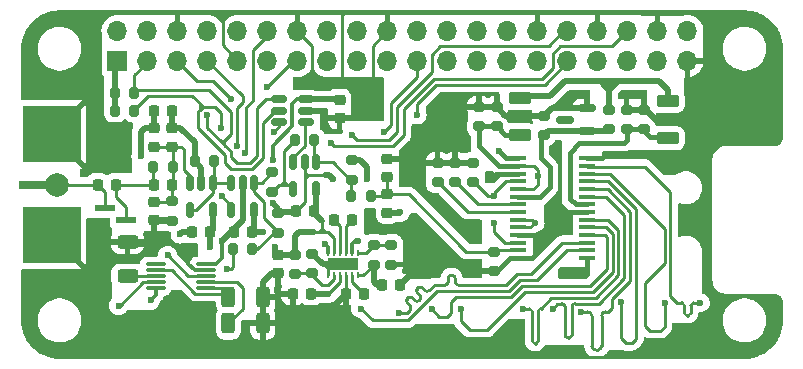
<source format=gbr>
%TF.GenerationSoftware,KiCad,Pcbnew,8.0.3-8.0.3-0~ubuntu22.04.1*%
%TF.CreationDate,2025-01-19T16:51:48+01:00*%
%TF.ProjectId,ADC_pHAT_AFE_ADC10080,4144435f-7048-4415-945f-4146455f4144,rev?*%
%TF.SameCoordinates,PX5cbead0PY5705d50*%
%TF.FileFunction,Copper,L1,Top*%
%TF.FilePolarity,Positive*%
%FSLAX46Y46*%
G04 Gerber Fmt 4.6, Leading zero omitted, Abs format (unit mm)*
G04 Created by KiCad (PCBNEW 8.0.3-8.0.3-0~ubuntu22.04.1) date 2025-01-19 16:51:48*
%MOMM*%
%LPD*%
G01*
G04 APERTURE LIST*
G04 Aperture macros list*
%AMRoundRect*
0 Rectangle with rounded corners*
0 $1 Rounding radius*
0 $2 $3 $4 $5 $6 $7 $8 $9 X,Y pos of 4 corners*
0 Add a 4 corners polygon primitive as box body*
4,1,4,$2,$3,$4,$5,$6,$7,$8,$9,$2,$3,0*
0 Add four circle primitives for the rounded corners*
1,1,$1+$1,$2,$3*
1,1,$1+$1,$4,$5*
1,1,$1+$1,$6,$7*
1,1,$1+$1,$8,$9*
0 Add four rect primitives between the rounded corners*
20,1,$1+$1,$2,$3,$4,$5,0*
20,1,$1+$1,$4,$5,$6,$7,0*
20,1,$1+$1,$6,$7,$8,$9,0*
20,1,$1+$1,$8,$9,$2,$3,0*%
G04 Aperture macros list end*
%TA.AperFunction,SMDPad,CuDef*%
%ADD10RoundRect,0.150000X0.587500X0.150000X-0.587500X0.150000X-0.587500X-0.150000X0.587500X-0.150000X0*%
%TD*%
%TA.AperFunction,SMDPad,CuDef*%
%ADD11RoundRect,0.200000X0.275000X-0.200000X0.275000X0.200000X-0.275000X0.200000X-0.275000X-0.200000X0*%
%TD*%
%TA.AperFunction,SMDPad,CuDef*%
%ADD12RoundRect,0.225000X0.225000X0.250000X-0.225000X0.250000X-0.225000X-0.250000X0.225000X-0.250000X0*%
%TD*%
%TA.AperFunction,SMDPad,CuDef*%
%ADD13RoundRect,0.218750X-0.256250X0.218750X-0.256250X-0.218750X0.256250X-0.218750X0.256250X0.218750X0*%
%TD*%
%TA.AperFunction,SMDPad,CuDef*%
%ADD14RoundRect,0.225000X-0.250000X0.225000X-0.250000X-0.225000X0.250000X-0.225000X0.250000X0.225000X0*%
%TD*%
%TA.AperFunction,SMDPad,CuDef*%
%ADD15RoundRect,0.200000X0.200000X0.275000X-0.200000X0.275000X-0.200000X-0.275000X0.200000X-0.275000X0*%
%TD*%
%TA.AperFunction,SMDPad,CuDef*%
%ADD16RoundRect,0.200000X-0.275000X0.200000X-0.275000X-0.200000X0.275000X-0.200000X0.275000X0.200000X0*%
%TD*%
%TA.AperFunction,SMDPad,CuDef*%
%ADD17RoundRect,0.218750X0.256250X-0.218750X0.256250X0.218750X-0.256250X0.218750X-0.256250X-0.218750X0*%
%TD*%
%TA.AperFunction,SMDPad,CuDef*%
%ADD18RoundRect,0.150000X0.512500X0.150000X-0.512500X0.150000X-0.512500X-0.150000X0.512500X-0.150000X0*%
%TD*%
%TA.AperFunction,SMDPad,CuDef*%
%ADD19RoundRect,0.062500X0.062500X-0.187500X0.062500X0.187500X-0.062500X0.187500X-0.062500X-0.187500X0*%
%TD*%
%TA.AperFunction,ComponentPad*%
%ADD20C,0.600000*%
%TD*%
%TA.AperFunction,SMDPad,CuDef*%
%ADD21R,2.650000X1.000000*%
%TD*%
%TA.AperFunction,SMDPad,CuDef*%
%ADD22RoundRect,0.200000X-0.200000X-0.275000X0.200000X-0.275000X0.200000X0.275000X-0.200000X0.275000X0*%
%TD*%
%TA.AperFunction,ComponentPad*%
%ADD23C,2.000000*%
%TD*%
%TA.AperFunction,SMDPad,CuDef*%
%ADD24R,2.350000X0.700000*%
%TD*%
%TA.AperFunction,SMDPad,CuDef*%
%ADD25R,4.900000X4.800000*%
%TD*%
%TA.AperFunction,SMDPad,CuDef*%
%ADD26RoundRect,0.250000X-0.700000X0.275000X-0.700000X-0.275000X0.700000X-0.275000X0.700000X0.275000X0*%
%TD*%
%TA.AperFunction,SMDPad,CuDef*%
%ADD27RoundRect,0.075000X0.737500X0.075000X-0.737500X0.075000X-0.737500X-0.075000X0.737500X-0.075000X0*%
%TD*%
%TA.AperFunction,SMDPad,CuDef*%
%ADD28RoundRect,0.225000X-0.225000X-0.250000X0.225000X-0.250000X0.225000X0.250000X-0.225000X0.250000X0*%
%TD*%
%TA.AperFunction,SMDPad,CuDef*%
%ADD29R,1.475000X0.450000*%
%TD*%
%TA.AperFunction,SMDPad,CuDef*%
%ADD30RoundRect,0.250000X-0.312500X-0.625000X0.312500X-0.625000X0.312500X0.625000X-0.312500X0.625000X0*%
%TD*%
%TA.AperFunction,SMDPad,CuDef*%
%ADD31RoundRect,0.225000X0.250000X-0.225000X0.250000X0.225000X-0.250000X0.225000X-0.250000X-0.225000X0*%
%TD*%
%TA.AperFunction,SMDPad,CuDef*%
%ADD32RoundRect,0.250000X0.625000X-0.312500X0.625000X0.312500X-0.625000X0.312500X-0.625000X-0.312500X0*%
%TD*%
%TA.AperFunction,SMDPad,CuDef*%
%ADD33R,1.750000X0.600000*%
%TD*%
%TA.AperFunction,SMDPad,CuDef*%
%ADD34RoundRect,0.150000X-0.150000X0.512500X-0.150000X-0.512500X0.150000X-0.512500X0.150000X0.512500X0*%
%TD*%
%TA.AperFunction,ComponentPad*%
%ADD35R,1.700000X1.700000*%
%TD*%
%TA.AperFunction,ComponentPad*%
%ADD36O,1.700000X1.700000*%
%TD*%
%TA.AperFunction,ViaPad*%
%ADD37C,0.600000*%
%TD*%
%TA.AperFunction,Conductor*%
%ADD38C,0.250000*%
%TD*%
%TA.AperFunction,Conductor*%
%ADD39C,0.500000*%
%TD*%
%TA.AperFunction,Conductor*%
%ADD40C,0.300000*%
%TD*%
%TA.AperFunction,Conductor*%
%ADD41C,0.400000*%
%TD*%
%TA.AperFunction,Conductor*%
%ADD42C,0.200000*%
%TD*%
%TA.AperFunction,Conductor*%
%ADD43C,0.450000*%
%TD*%
G04 APERTURE END LIST*
D10*
%TO.P,U2,1,K*%
%TO.N,/VREF*%
X48187500Y19550000D03*
%TO.P,U2,2,A*%
%TO.N,GNDA*%
X48187500Y21450000D03*
%TO.P,U2,3,NC*%
%TO.N,unconnected-(U2-NC-Pad3)*%
X46312500Y20500000D03*
%TD*%
D11*
%TO.P,R2,1*%
%TO.N,/VREF*%
X50000000Y19675000D03*
%TO.P,R2,2*%
%TO.N,+3.3V*%
X50000000Y21325000D03*
%TD*%
D12*
%TO.P,C15,1*%
%TO.N,Net-(U3-CP)*%
X29275000Y5750000D03*
%TO.P,C15,2*%
%TO.N,GNDA*%
X27725000Y5750000D03*
%TD*%
D13*
%TO.P,D3,1,K*%
%TO.N,VIN*%
X31250000Y14187500D03*
%TO.P,D3,2,A*%
%TO.N,-3V3*%
X31250000Y12612500D03*
%TD*%
D14*
%TO.P,C13,1*%
%TO.N,+3.3VA*%
X22000000Y9025000D03*
%TO.P,C13,2*%
%TO.N,GNDA*%
X22000000Y7475000D03*
%TD*%
D15*
%TO.P,R11,1*%
%TO.N,Net-(R11-Pad1)*%
X25075000Y18750000D03*
%TO.P,R11,2*%
%TO.N,Net-(U5--)*%
X23425000Y18750000D03*
%TD*%
D11*
%TO.P,C9,1*%
%TO.N,Net-(IC1-VCOM)*%
X38500000Y15175000D03*
%TO.P,C9,2*%
%TO.N,GNDA*%
X38500000Y16825000D03*
%TD*%
D16*
%TO.P,R14,1*%
%TO.N,Net-(R10-Pad2)*%
X21500000Y16025000D03*
%TO.P,R14,2*%
%TO.N,Net-(U5--)*%
X21500000Y14375000D03*
%TD*%
D11*
%TO.P,R3,1*%
%TO.N,-3V3*%
X30100000Y8225000D03*
%TO.P,R3,2*%
%TO.N,Net-(U3-FB-)*%
X30100000Y9875000D03*
%TD*%
D17*
%TO.P,D2,1,K*%
%TO.N,Net-(D1-A)*%
X13000000Y18212500D03*
%TO.P,D2,2,A*%
%TO.N,-3V3*%
X13000000Y19787500D03*
%TD*%
D15*
%TO.P,R5,1*%
%TO.N,SCL*%
X9825000Y21250000D03*
%TO.P,R5,2*%
%TO.N,+3.3VP*%
X8175000Y21250000D03*
%TD*%
D18*
%TO.P,U8,1,VOUT*%
%TO.N,Net-(U5-+)*%
X24387500Y20300000D03*
%TO.P,U8,2,GND*%
%TO.N,GNDA*%
X24387500Y21250000D03*
%TO.P,U8,3,VDD*%
%TO.N,+3.3VA*%
X24387500Y22200000D03*
%TO.P,U8,4,SDA*%
%TO.N,SDA*%
X22112500Y22200000D03*
%TO.P,U8,5,SCL*%
%TO.N,SCL*%
X22112500Y21250000D03*
%TO.P,U8,6,A0*%
%TO.N,A00*%
X22112500Y20300000D03*
%TD*%
D13*
%TO.P,D1,1,K*%
%TO.N,+3.3VA*%
X11500000Y19787500D03*
%TO.P,D1,2,A*%
%TO.N,Net-(D1-A)*%
X11500000Y18212500D03*
%TD*%
D19*
%TO.P,U3,1,PGOOD*%
%TO.N,GNDA*%
X26250000Y7300000D03*
%TO.P,U3,2,FB+*%
%TO.N,Net-(U3-FB+)*%
X26750000Y7300000D03*
%TO.P,U3,3,VIN*%
%TO.N,+5V*%
X27250000Y7300000D03*
%TO.P,U3,4,GND*%
%TO.N,GNDA*%
X27750000Y7300000D03*
%TO.P,U3,5,CP*%
%TO.N,Net-(U3-CP)*%
X28250000Y7300000D03*
%TO.P,U3,6,OUT-*%
%TO.N,-3V3*%
X28750000Y7300000D03*
%TO.P,U3,7,FB-*%
%TO.N,Net-(U3-FB-)*%
X28750000Y9200000D03*
%TO.P,U3,8,EN-*%
%TO.N,+5V*%
X28250000Y9200000D03*
%TO.P,U3,9,C-*%
%TO.N,Net-(U3-C-)*%
X27750000Y9200000D03*
%TO.P,U3,10,C+*%
%TO.N,Net-(U3-C+)*%
X27250000Y9200000D03*
%TO.P,U3,11,OUT+*%
%TO.N,+3.3VA*%
X26750000Y9200000D03*
%TO.P,U3,12,EN+*%
%TO.N,+5V*%
X26250000Y9200000D03*
D20*
%TO.P,U3,13,PAD*%
%TO.N,GNDA*%
X26500000Y8250000D03*
X27500000Y8250000D03*
D21*
X27500000Y8250000D03*
D20*
X28500000Y8250000D03*
%TD*%
D22*
%TO.P,R19,1*%
%TO.N,-3V3*%
X14925000Y17000000D03*
%TO.P,R19,2*%
%TO.N,Net-(U6--)*%
X16575000Y17000000D03*
%TD*%
D23*
%TO.P,REF\u002A\u002A,1*%
%TO.N,Net-(J1-Pin_2)*%
X3300000Y15000000D03*
%TD*%
D24*
%TO.P,J3,1,In*%
%TO.N,Net-(J1-Pin_2)*%
X1250000Y15000000D03*
D25*
%TO.P,J3,2,Ext*%
%TO.N,GNDA*%
X2825000Y19250000D03*
X2825000Y10750000D03*
%TD*%
D26*
%TO.P,FB2,1*%
%TO.N,+3.3V*%
X55000000Y22075000D03*
%TO.P,FB2,2*%
%TO.N,Net-(IC1-VDDIO)*%
X55000000Y18925000D03*
%TD*%
D27*
%TO.P,U4,1,S1*%
%TO.N,Net-(U4-S1)*%
X15862500Y6250000D03*
%TO.P,U4,2,D1*%
%TO.N,Net-(U4-D1)*%
X15862500Y6750000D03*
%TO.P,U4,3,IN2*%
%TO.N,SEL1*%
X15862500Y7250000D03*
%TO.P,U4,4,GND*%
%TO.N,GNDA*%
X15862500Y7750000D03*
%TO.P,U4,5,VSS*%
%TO.N,-3V3*%
X15862500Y8250000D03*
%TO.P,U4,6,NC*%
%TO.N,unconnected-(U4-NC-Pad6)*%
X11637500Y8250000D03*
%TO.P,U4,7,S2*%
%TO.N,Net-(U4-S1)*%
X11637500Y7750000D03*
%TO.P,U4,8,D2*%
%TO.N,Net-(U4-D2)*%
X11637500Y7250000D03*
%TO.P,U4,9,IN1*%
%TO.N,SEL0*%
X11637500Y6750000D03*
%TO.P,U4,10,VDD*%
%TO.N,+3.3VA*%
X11637500Y6250000D03*
%TD*%
D28*
%TO.P,C18,1*%
%TO.N,Net-(J1-Pin_1)*%
X11475000Y15000000D03*
%TO.P,C18,2*%
%TO.N,Net-(D1-A)*%
X13025000Y15000000D03*
%TD*%
D22*
%TO.P,R13,1*%
%TO.N,Net-(R11-Pad1)*%
X28175000Y14000000D03*
%TO.P,R13,2*%
%TO.N,VIN*%
X29825000Y14000000D03*
%TD*%
D11*
%TO.P,C3,1*%
%TO.N,Net-(IC1-VDDIO)*%
X53000000Y19675000D03*
%TO.P,C3,2*%
%TO.N,GNDA*%
X53000000Y21325000D03*
%TD*%
D29*
%TO.P,IC1,1,CLK*%
%TO.N,ADC_CLK*%
X42307000Y17215000D03*
%TO.P,IC1,2,VDDA_1*%
%TO.N,Net-(IC1-IRS)*%
X42307000Y16565000D03*
%TO.P,IC1,3,VSSA_1*%
%TO.N,GNDA*%
X42307000Y15915000D03*
%TO.P,IC1,4,VCOM*%
%TO.N,Net-(IC1-VCOM)*%
X42307000Y15265000D03*
%TO.P,IC1,5,IRS*%
%TO.N,Net-(IC1-IRS)*%
X42307000Y14615000D03*
%TO.P,IC1,6,VREF*%
%TO.N,/VREF*%
X42307000Y13965000D03*
%TO.P,IC1,7,VREFT*%
%TO.N,Net-(IC1-VREFT)*%
X42307000Y13315000D03*
%TO.P,IC1,8,VREFB*%
%TO.N,Net-(IC1-VREFB)*%
X42307000Y12665000D03*
%TO.P,IC1,9,VDDA_2*%
%TO.N,Net-(IC1-IRS)*%
X42307000Y12015000D03*
%TO.P,IC1,10,VDDA_3*%
X42307000Y11365000D03*
%TO.P,IC1,11,VSSA_2*%
%TO.N,GNDA*%
X42307000Y10715000D03*
%TO.P,IC1,12,VIN-*%
%TO.N,Net-(IC1-VCOM)*%
X42307000Y10065000D03*
%TO.P,IC1,13,VIN+*%
%TO.N,VIN*%
X42307000Y9415000D03*
%TO.P,IC1,14,VSSA_3*%
%TO.N,GNDA*%
X42307000Y8765000D03*
%TO.P,IC1,15,DF*%
X48183000Y8765000D03*
%TO.P,IC1,16,D9*%
%TO.N,GPIO9*%
X48183000Y9415000D03*
%TO.P,IC1,17,D8*%
%TO.N,GPIO8*%
X48183000Y10065000D03*
%TO.P,IC1,18,D7*%
%TO.N,GPIO7*%
X48183000Y10715000D03*
%TO.P,IC1,19,D6*%
%TO.N,GPIO6*%
X48183000Y11365000D03*
%TO.P,IC1,20,D5*%
%TO.N,GPIO5*%
X48183000Y12015000D03*
%TO.P,IC1,21,VSSIO*%
%TO.N,GNDA*%
X48183000Y12665000D03*
%TO.P,IC1,22,VDDIO*%
%TO.N,Net-(IC1-VDDIO)*%
X48183000Y13315000D03*
%TO.P,IC1,23,D4*%
%TO.N,GPIO4*%
X48183000Y13965000D03*
%TO.P,IC1,24,D3*%
%TO.N,GPIO3*%
X48183000Y14615000D03*
%TO.P,IC1,25,D2*%
%TO.N,GPIO2*%
X48183000Y15265000D03*
%TO.P,IC1,26,D1*%
%TO.N,GPIO1*%
X48183000Y15915000D03*
%TO.P,IC1,27,D0*%
%TO.N,GPIO0*%
X48183000Y16565000D03*
%TO.P,IC1,28,STBY*%
%TO.N,GNDA*%
X48183000Y17215000D03*
%TD*%
D11*
%TO.P,C7,1*%
%TO.N,Net-(IC1-VREFB)*%
X35500000Y15175000D03*
%TO.P,C7,2*%
%TO.N,GNDA*%
X35500000Y16825000D03*
%TD*%
%TO.P,C2,1*%
%TO.N,Net-(IC1-IRS)*%
X40500000Y19925000D03*
%TO.P,C2,2*%
%TO.N,GNDA*%
X40500000Y21575000D03*
%TD*%
%TO.P,C1,1*%
%TO.N,Net-(IC1-IRS)*%
X39000000Y19925000D03*
%TO.P,C1,2*%
%TO.N,GNDA*%
X39000000Y21575000D03*
%TD*%
D30*
%TO.P,R8,1*%
%TO.N,Net-(U4-D1)*%
X17787500Y3250000D03*
%TO.P,R8,2*%
%TO.N,GNDA*%
X20712500Y3250000D03*
%TD*%
D31*
%TO.P,C23,1*%
%TO.N,VIN*%
X31250000Y15625000D03*
%TO.P,C23,2*%
%TO.N,GNDA*%
X31250000Y17175000D03*
%TD*%
D22*
%TO.P,R12,1*%
%TO.N,Net-(J1-Pin_1)*%
X11425000Y16500000D03*
%TO.P,R12,2*%
%TO.N,Net-(D1-A)*%
X13075000Y16500000D03*
%TD*%
D12*
%TO.P,C8,1*%
%TO.N,+5V*%
X24775000Y5750000D03*
%TO.P,C8,2*%
%TO.N,GNDA*%
X23225000Y5750000D03*
%TD*%
D11*
%TO.P,C4,1*%
%TO.N,Net-(IC1-VDDIO)*%
X51500000Y19675000D03*
%TO.P,C4,2*%
%TO.N,GNDA*%
X51500000Y21325000D03*
%TD*%
D16*
%TO.P,R18,1*%
%TO.N,-3V3*%
X28250000Y17075000D03*
%TO.P,R18,2*%
%TO.N,Net-(R11-Pad1)*%
X28250000Y15425000D03*
%TD*%
D28*
%TO.P,C21,1*%
%TO.N,Net-(J1-Pin_2)*%
X6725000Y15000000D03*
%TO.P,C21,2*%
%TO.N,Net-(J1-Pin_1)*%
X8275000Y15000000D03*
%TD*%
D16*
%TO.P,R7,1*%
%TO.N,GNDA*%
X24910000Y9150000D03*
%TO.P,R7,2*%
%TO.N,Net-(U3-FB+)*%
X24910000Y7500000D03*
%TD*%
D14*
%TO.P,C22,1*%
%TO.N,Net-(D1-A)*%
X11500000Y13525000D03*
%TO.P,C22,2*%
%TO.N,GNDA*%
X11500000Y11975000D03*
%TD*%
D12*
%TO.P,C17,1*%
%TO.N,+3.3VA*%
X16275000Y11000000D03*
%TO.P,C17,2*%
%TO.N,-3V3*%
X14725000Y11000000D03*
%TD*%
%TO.P,C20,1*%
%TO.N,+3.3VA*%
X25025000Y12750000D03*
%TO.P,C20,2*%
%TO.N,-3V3*%
X23475000Y12750000D03*
%TD*%
D11*
%TO.P,C6,1*%
%TO.N,Net-(IC1-VREFT)*%
X37000000Y15175000D03*
%TO.P,C6,2*%
%TO.N,GNDA*%
X37000000Y16825000D03*
%TD*%
D32*
%TO.P,R9,1*%
%TO.N,Net-(U4-D2)*%
X9250000Y7237500D03*
%TO.P,R9,2*%
%TO.N,GNDA*%
X9250000Y10162500D03*
%TD*%
D11*
%TO.P,R4,1*%
%TO.N,GNDA*%
X31600000Y8225000D03*
%TO.P,R4,2*%
%TO.N,Net-(U3-FB-)*%
X31600000Y9875000D03*
%TD*%
D33*
%TO.P,J1,1,Pin_1*%
%TO.N,Net-(J1-Pin_1)*%
X9125000Y12000000D03*
%TO.P,J1,2,Pin_2*%
%TO.N,Net-(J1-Pin_2)*%
X7375000Y13000000D03*
%TD*%
D12*
%TO.P,C19,1*%
%TO.N,+3.3VA*%
X19775000Y11000000D03*
%TO.P,C19,2*%
%TO.N,-3V3*%
X18225000Y11000000D03*
%TD*%
D34*
%TO.P,U6,1*%
%TO.N,Net-(U6--)*%
X16450000Y15137500D03*
%TO.P,U6,2*%
%TO.N,-3V3*%
X15500000Y15137500D03*
%TO.P,U6,3,+*%
%TO.N,Net-(D1-A)*%
X14550000Y15137500D03*
%TO.P,U6,4,-*%
%TO.N,Net-(U6--)*%
X14550000Y12862500D03*
%TO.P,U6,5*%
%TO.N,+3.3VA*%
X16450000Y12862500D03*
%TD*%
D16*
%TO.P,R17,1*%
%TO.N,-3V3*%
X22000000Y12575000D03*
%TO.P,R17,2*%
%TO.N,Net-(R10-Pad2)*%
X22000000Y10925000D03*
%TD*%
%TO.P,C10,1*%
%TO.N,VIN*%
X40250000Y9325000D03*
%TO.P,C10,2*%
%TO.N,GNDA*%
X40250000Y7675000D03*
%TD*%
D11*
%TO.P,C5,1*%
%TO.N,/VREF*%
X44500000Y19175000D03*
%TO.P,C5,2*%
%TO.N,GNDA*%
X44500000Y20825000D03*
%TD*%
D12*
%TO.P,C16,1*%
%TO.N,-3V3*%
X13025000Y21250000D03*
%TO.P,C16,2*%
%TO.N,+3.3VA*%
X11475000Y21250000D03*
%TD*%
D22*
%TO.P,R10,1*%
%TO.N,Net-(U4-S1)*%
X18175000Y9500000D03*
%TO.P,R10,2*%
%TO.N,Net-(R10-Pad2)*%
X19825000Y9500000D03*
%TD*%
D15*
%TO.P,R6,1*%
%TO.N,SDA*%
X9825000Y22750000D03*
%TO.P,R6,2*%
%TO.N,+3.3VP*%
X8175000Y22750000D03*
%TD*%
D16*
%TO.P,R1,1*%
%TO.N,+3.3VA*%
X23410000Y9075000D03*
%TO.P,R1,2*%
%TO.N,Net-(U3-FB+)*%
X23410000Y7425000D03*
%TD*%
D28*
%TO.P,C12,1*%
%TO.N,Net-(U3-C+)*%
X26725000Y12000000D03*
%TO.P,C12,2*%
%TO.N,Net-(U3-C-)*%
X28275000Y12000000D03*
%TD*%
%TO.P,C14,1*%
%TO.N,-3V3*%
X30775000Y6500000D03*
%TO.P,C14,2*%
%TO.N,GNDA*%
X32325000Y6500000D03*
%TD*%
D26*
%TO.P,FB1,1*%
%TO.N,+3.3V*%
X42500000Y22325000D03*
%TO.P,FB1,2*%
%TO.N,Net-(IC1-IRS)*%
X42500000Y19175000D03*
%TD*%
D34*
%TO.P,U5,1*%
%TO.N,Net-(R11-Pad1)*%
X25200000Y16887500D03*
%TO.P,U5,2*%
%TO.N,-3V3*%
X24250000Y16887500D03*
%TO.P,U5,3,+*%
%TO.N,Net-(U5-+)*%
X23300000Y16887500D03*
%TO.P,U5,4,-*%
%TO.N,Net-(U5--)*%
X23300000Y14612500D03*
%TO.P,U5,5*%
%TO.N,+3.3VA*%
X25200000Y14612500D03*
%TD*%
D30*
%TO.P,R16,1*%
%TO.N,Net-(U4-S1)*%
X17787500Y5500000D03*
%TO.P,R16,2*%
%TO.N,GNDA*%
X20712500Y5500000D03*
%TD*%
D11*
%TO.P,R15,1*%
%TO.N,GNDA*%
X13000000Y11925000D03*
%TO.P,R15,2*%
%TO.N,Net-(D1-A)*%
X13000000Y13575000D03*
%TD*%
D14*
%TO.P,C24,1*%
%TO.N,+3.3VA*%
X27200000Y22175000D03*
%TO.P,C24,2*%
%TO.N,GNDA*%
X27200000Y20625000D03*
%TD*%
D34*
%TO.P,U7,1*%
%TO.N,Net-(R10-Pad2)*%
X19950000Y15137500D03*
%TO.P,U7,2*%
%TO.N,-3V3*%
X19000000Y15137500D03*
%TO.P,U7,3,+*%
%TO.N,Net-(U6--)*%
X18050000Y15137500D03*
%TO.P,U7,4,-*%
%TO.N,Net-(U4-S1)*%
X18050000Y12862500D03*
%TO.P,U7,5*%
%TO.N,+3.3VA*%
X19950000Y12862500D03*
%TD*%
D35*
%TO.P,J2,1,Pin_1*%
%TO.N,+3.3VP*%
X8400000Y25460000D03*
D36*
%TO.P,J2,2,Pin_2*%
%TO.N,+5V*%
X8400000Y28000000D03*
%TO.P,J2,3,Pin_3*%
%TO.N,SDA*%
X10940000Y25460000D03*
%TO.P,J2,4,Pin_4*%
%TO.N,+5V*%
X10940000Y28000000D03*
%TO.P,J2,5,Pin_5*%
%TO.N,SCL*%
X13480000Y25460000D03*
%TO.P,J2,6,Pin_6*%
%TO.N,GNDA*%
X13480000Y28000000D03*
%TO.P,J2,7,Pin_7*%
%TO.N,SEL0*%
X16020000Y25460000D03*
%TO.P,J2,8,Pin_8*%
%TO.N,TX*%
X16020000Y28000000D03*
%TO.P,J2,9,Pin_9*%
%TO.N,GNDA*%
X18560000Y25460000D03*
%TO.P,J2,10,Pin_10*%
%TO.N,RX*%
X18560000Y28000000D03*
%TO.P,J2,11,Pin_11*%
%TO.N,GPIO21*%
X21100000Y25460000D03*
%TO.P,J2,12,Pin_12*%
%TO.N,SEL1*%
X21100000Y28000000D03*
%TO.P,J2,13,Pin_13*%
%TO.N,A00*%
X23640000Y25460000D03*
%TO.P,J2,14,Pin_14*%
%TO.N,GNDA*%
X23640000Y28000000D03*
%TO.P,J2,15,Pin_15*%
%TO.N,GPIO22*%
X26180000Y25460000D03*
%TO.P,J2,16,Pin_16*%
%TO.N,unconnected-(J2-Pin_16-Pad16)*%
X26180000Y28000000D03*
%TO.P,J2,17,Pin_17*%
%TO.N,unconnected-(J2-Pin_17-Pad17)*%
X28720000Y25460000D03*
%TO.P,J2,18,Pin_18*%
%TO.N,unconnected-(J2-Pin_18-Pad18)*%
X28720000Y28000000D03*
%TO.P,J2,19,Pin_19*%
%TO.N,SPI_MO*%
X31260000Y25460000D03*
%TO.P,J2,20,Pin_20*%
%TO.N,GNDA*%
X31260000Y28000000D03*
%TO.P,J2,21,Pin_21*%
%TO.N,SPI_MI*%
X33800000Y25460000D03*
%TO.P,J2,22,Pin_22*%
%TO.N,unconnected-(J2-Pin_22-Pad22)*%
X33800000Y28000000D03*
%TO.P,J2,23,Pin_23*%
%TO.N,SPI_CLK*%
X36340000Y25460000D03*
%TO.P,J2,24,Pin_24*%
%TO.N,SPI_CS*%
X36340000Y28000000D03*
%TO.P,J2,25,Pin_25*%
%TO.N,GNDA*%
X38880000Y25460000D03*
%TO.P,J2,26,Pin_26*%
%TO.N,GPIO27_ADC1*%
X38880000Y28000000D03*
%TO.P,J2,27,Pin_27*%
%TO.N,unconnected-(J2-Pin_27-Pad27)*%
X41420000Y25460000D03*
%TO.P,J2,28,Pin_28*%
%TO.N,unconnected-(J2-Pin_28-Pad28)*%
X41420000Y28000000D03*
%TO.P,J2,29,Pin_29*%
%TO.N,ADC_VREF*%
X43960000Y25460000D03*
%TO.P,J2,30,Pin_30*%
%TO.N,GNDA*%
X43960000Y28000000D03*
%TO.P,J2,31,Pin_31*%
%TO.N,GPIO26_ADC0*%
X46500000Y25460000D03*
%TO.P,J2,32,Pin_32*%
%TO.N,GPIO24*%
X46500000Y28000000D03*
%TO.P,J2,33,Pin_33*%
%TO.N,GPIO28_ADC2*%
X49040000Y25460000D03*
%TO.P,J2,34,Pin_34*%
%TO.N,GNDA*%
X49040000Y28000000D03*
%TO.P,J2,35,Pin_35*%
%TO.N,unconnected-(J2-Pin_35-Pad35)*%
X51580000Y25460000D03*
%TO.P,J2,36,Pin_36*%
%TO.N,GPIO25*%
X51580000Y28000000D03*
%TO.P,J2,37,Pin_37*%
%TO.N,unconnected-(J2-Pin_37-Pad37)*%
X54120000Y25460000D03*
%TO.P,J2,38,Pin_38*%
%TO.N,GNDA*%
X54120000Y28000000D03*
%TO.P,J2,39,Pin_39*%
X56660000Y25460000D03*
%TO.P,J2,40,Pin_40*%
%TO.N,unconnected-(J2-Pin_40-Pad40)*%
X56660000Y28000000D03*
%TD*%
D37*
%TO.N,SDA*%
X16000000Y20900000D03*
%TO.N,+3.3V*%
X46500000Y23750000D03*
%TO.N,SCL*%
X18000000Y22250000D03*
X17200000Y19800000D03*
%TO.N,+3.3VA*%
X20750000Y11000000D03*
X11200000Y5200000D03*
X21750000Y9750000D03*
X10375000Y17375000D03*
X16250000Y9750000D03*
X21550000Y17100000D03*
%TO.N,+5V*%
X26250000Y5750000D03*
X26000000Y10000000D03*
X28750000Y10250000D03*
%TO.N,-3V3*%
X26650000Y15500000D03*
X30100000Y7200000D03*
X29500000Y15500000D03*
X17250000Y10250000D03*
X15500000Y16250000D03*
X21550000Y13400000D03*
X13700000Y10800000D03*
X32350000Y12650000D03*
%TO.N,GNDA*%
X33500000Y9750000D03*
X34550000Y14200000D03*
X33500000Y8500000D03*
X6250000Y21000000D03*
X6250000Y7250000D03*
X51100000Y22550000D03*
X4750000Y7250000D03*
X4750000Y22500000D03*
X37250000Y11500000D03*
X38750000Y10250000D03*
X13250000Y5750000D03*
X45650000Y13900000D03*
X46600000Y11050000D03*
X33500000Y12250000D03*
X34750000Y8500000D03*
X51100000Y17500000D03*
X38750000Y11750000D03*
X52050000Y22550000D03*
X35500000Y10250000D03*
X58350000Y600000D03*
X6250000Y18500000D03*
X12650000Y4900000D03*
X59050000Y5400000D03*
X33750000Y18500000D03*
X7550000Y7750000D03*
X38750000Y1000000D03*
X58400000Y16450000D03*
X3250000Y22500000D03*
X7250000Y4750000D03*
X44950000Y12850000D03*
X6250000Y17250000D03*
X44900000Y11050000D03*
X13450000Y4650000D03*
X2000000Y22500000D03*
X34500000Y11250000D03*
X31000000Y11150000D03*
X26250000Y4650000D03*
X29800000Y11150000D03*
X15800000Y4800000D03*
X39000000Y7675000D03*
X49750000Y17500000D03*
X14500000Y9100000D03*
X45550000Y17950000D03*
X3250000Y7250000D03*
X40000000Y15500000D03*
X25000000Y24250000D03*
X32750000Y17000000D03*
X59250000Y22750000D03*
X29800000Y12450000D03*
X46000000Y7500000D03*
X21900000Y6100000D03*
X47750000Y7500000D03*
X32750000Y15250000D03*
X6250000Y22500000D03*
X38000000Y8250000D03*
X750000Y7250000D03*
X36750000Y9000000D03*
X59550000Y29450000D03*
X36000000Y12750000D03*
X2000000Y7250000D03*
X6250000Y19750000D03*
X55050000Y16100000D03*
X750000Y22500000D03*
%TO.N,GPIO26_ADC0*%
X33770000Y20890000D03*
%TO.N,ADC_CLK*%
X40695000Y17840000D03*
%TO.N,GPIO2*%
X51020000Y5015000D03*
%TO.N,GPIO7*%
X34995000Y4490000D03*
%TO.N,GPIO5*%
X42745000Y4490000D03*
%TO.N,GPIO3*%
X47620000Y4240000D03*
%TO.N,GPIO1*%
X54745000Y4990000D03*
%TO.N,GPIO6*%
X37495000Y4490000D03*
%TO.N,GPIO0*%
X57745000Y4990000D03*
%TO.N,GPIO4*%
X45245000Y4490000D03*
%TO.N,GPIO25*%
X26500000Y18500000D03*
%TO.N,SPI_MI*%
X31000000Y19450000D03*
%TO.N,GPIO24*%
X28250000Y19200000D03*
%TO.N,SEL1*%
X12650000Y9000000D03*
X19200000Y17650000D03*
%TO.N,SEL0*%
X18550000Y18250000D03*
X8500000Y4750000D03*
%TO.N,Net-(U4-S1)*%
X17800000Y5850000D03*
X17650000Y7850000D03*
X17250000Y14000000D03*
%TO.N,A00*%
X21070000Y23250000D03*
X21625000Y19475000D03*
%TO.N,Net-(IC1-IRS)*%
X43750000Y11750000D03*
X44000000Y15700000D03*
%TO.N,Net-(IC1-VCOM)*%
X40250000Y11750000D03*
X40250000Y14000000D03*
%TO.N,GPIO9*%
X28995000Y4490000D03*
%TO.N,GPIO8*%
X32195000Y4140000D03*
%TD*%
D38*
%TO.N,SDA*%
X9825000Y22750000D02*
X9825000Y24245000D01*
X17425000Y18375000D02*
X17525000Y18275000D01*
X17425000Y18675000D02*
X17425000Y18375000D01*
X10075000Y23000000D02*
X9825000Y22750000D01*
X16150000Y23000000D02*
X10075000Y23000000D01*
X17125000Y18675000D02*
X17525000Y18275000D01*
X18000000Y21150000D02*
X16150000Y23000000D01*
X20250000Y21500000D02*
X20950000Y22200000D01*
X17525000Y18275000D02*
X18000000Y17800000D01*
X18000000Y19250000D02*
X18000000Y21150000D01*
X17425000Y18675000D02*
X18000000Y19250000D01*
X20950000Y22200000D02*
X22112500Y22200000D01*
X17425000Y18675000D02*
X17125000Y18675000D01*
X18000000Y17300000D02*
X18500000Y16800000D01*
X16000000Y20900000D02*
X16000000Y19800000D01*
X18500000Y16800000D02*
X19592894Y16800000D01*
X16000000Y19800000D02*
X17125000Y18675000D01*
X19592894Y16800000D02*
X20250000Y17457106D01*
X11040000Y25460000D02*
X10940000Y25460000D01*
X20250000Y17457106D02*
X20250000Y21500000D01*
X18000000Y17800000D02*
X18000000Y17300000D01*
X9825000Y24245000D02*
X11040000Y25460000D01*
D39*
%TO.N,+3.3V*%
X50000000Y23500000D02*
X50000000Y23000000D01*
X46250000Y23750000D02*
X46500000Y23750000D01*
X54250000Y23750000D02*
X55000000Y23000000D01*
X42500000Y22325000D02*
X42675000Y22500000D01*
X46500000Y23750000D02*
X49250000Y23750000D01*
X50000000Y23000000D02*
X49500000Y23500000D01*
X42675000Y22500000D02*
X45000000Y22500000D01*
X50000000Y23000000D02*
X50000000Y21325000D01*
X49250000Y23750000D02*
X54250000Y23750000D01*
X45000000Y22500000D02*
X46250000Y23750000D01*
X50250000Y23750000D02*
X49250000Y23750000D01*
X50000000Y23000000D02*
X50750000Y23750000D01*
X50500000Y23500000D02*
X50250000Y23750000D01*
X49500000Y23500000D02*
X50000000Y23500000D01*
X50750000Y23750000D02*
X51000000Y23750000D01*
X50000000Y23500000D02*
X50500000Y23500000D01*
X55000000Y23000000D02*
X55000000Y22075000D01*
D38*
%TO.N,SCL*%
X17500000Y16800000D02*
X18000000Y16300000D01*
X17200000Y21050000D02*
X17200000Y19800000D01*
X15650000Y21600000D02*
X15400000Y21350000D01*
X20750000Y17250000D02*
X20750000Y20250000D01*
X15140000Y23800000D02*
X13480000Y25460000D01*
X19800000Y16300000D02*
X20750000Y17250000D01*
X14750000Y22500000D02*
X15375000Y21875000D01*
X15500000Y21750000D02*
X15650000Y21600000D01*
X15250000Y19750000D02*
X17500000Y17500000D01*
X15375000Y21875000D02*
X15400000Y21850000D01*
X17500000Y17500000D02*
X17500000Y16800000D01*
X16650000Y21600000D02*
X17200000Y21050000D01*
X18000000Y16300000D02*
X19800000Y16300000D01*
X15650000Y21600000D02*
X16650000Y21600000D01*
X15400000Y21350000D02*
X15250000Y21200000D01*
X9825000Y21325000D02*
X11000000Y22500000D01*
X15400000Y21850000D02*
X15400000Y21350000D01*
X11000000Y22500000D02*
X14750000Y22500000D01*
X21750000Y21250000D02*
X22112500Y21250000D01*
X15250000Y21200000D02*
X15250000Y19750000D01*
X16450000Y23800000D02*
X15140000Y23800000D01*
X9825000Y21250000D02*
X9825000Y21325000D01*
X15375000Y21875000D02*
X15500000Y21750000D01*
X18000000Y22250000D02*
X16450000Y23800000D01*
X20750000Y20250000D02*
X21750000Y21250000D01*
D39*
%TO.N,+3.3VA*%
X10725000Y19800000D02*
X11487500Y19800000D01*
X21750000Y9025000D02*
X21750000Y9750000D01*
D38*
X25700000Y11250000D02*
X25450000Y11000000D01*
D39*
X11475000Y21250000D02*
X11475000Y19812500D01*
X16275000Y11000000D02*
X16450000Y11175000D01*
D38*
X27175000Y22200000D02*
X27200000Y22175000D01*
D39*
X11487500Y19800000D02*
X11500000Y19787500D01*
D40*
X23200000Y21825172D02*
X23574828Y22200000D01*
D39*
X25200000Y14612500D02*
X25200000Y12925000D01*
X25700000Y11950000D02*
X25025000Y12625000D01*
D38*
X25450000Y11000000D02*
X25400000Y11000000D01*
X25025000Y12625000D02*
X25025000Y12750000D01*
X25700000Y11950000D02*
X25700000Y11250000D01*
D39*
X19775000Y11000000D02*
X20750000Y11000000D01*
X19775000Y11000000D02*
X19950000Y11175000D01*
X23750000Y11000000D02*
X23410000Y10660000D01*
D38*
X23360000Y9025000D02*
X23410000Y9075000D01*
D40*
X23200000Y19950000D02*
X23200000Y21825172D01*
D38*
X11475000Y19812500D02*
X11500000Y19787500D01*
X25700000Y11250000D02*
X25700000Y11000000D01*
X25400000Y11000000D02*
X25000000Y11000000D01*
X26250000Y11000000D02*
X26000000Y11000000D01*
X16275000Y12687500D02*
X16450000Y12862500D01*
D39*
X24387500Y22200000D02*
X27175000Y22200000D01*
X16450000Y11175000D02*
X16450000Y12862500D01*
X21750000Y9025000D02*
X23360000Y9025000D01*
D40*
X21550000Y17100000D02*
X21550000Y18300000D01*
X21550000Y18300000D02*
X23200000Y19950000D01*
X11637500Y5637500D02*
X11637500Y6250000D01*
D38*
X26000000Y11000000D02*
X25400000Y11000000D01*
D40*
X11200000Y5200000D02*
X11637500Y5637500D01*
D39*
X19950000Y11175000D02*
X19950000Y12862500D01*
X23410000Y10660000D02*
X23410000Y9075000D01*
X25000000Y11000000D02*
X23750000Y11000000D01*
D38*
X26750000Y9200000D02*
X26750000Y10500000D01*
X25950000Y11000000D02*
X26000000Y11000000D01*
D40*
X23574828Y22200000D02*
X24387500Y22200000D01*
D38*
X26750000Y10500000D02*
X26250000Y11000000D01*
D39*
X16275000Y11000000D02*
X16275000Y9775000D01*
D38*
X25700000Y11250000D02*
X25950000Y11000000D01*
D39*
X10375000Y19450000D02*
X10725000Y19800000D01*
D38*
X25200000Y12925000D02*
X25025000Y12750000D01*
D40*
X16275000Y9775000D02*
X16250000Y9750000D01*
D39*
X10375000Y17375000D02*
X10375000Y19450000D01*
D40*
%TO.N,+5V*%
X28500000Y10250000D02*
X28750000Y10250000D01*
X26250000Y9200000D02*
X26250000Y9750000D01*
X28250000Y10000000D02*
X28500000Y10250000D01*
X26250000Y9750000D02*
X26000000Y10000000D01*
X28250000Y9200000D02*
X28250000Y10000000D01*
D38*
X27250000Y6750000D02*
X26250000Y5750000D01*
X27250000Y7300000D02*
X27250000Y6750000D01*
D39*
X26250000Y5750000D02*
X24775000Y5750000D01*
D38*
%TO.N,Net-(U3-C-)*%
X27750000Y11475000D02*
X28275000Y12000000D01*
X27750000Y9200000D02*
X27750000Y11475000D01*
%TO.N,Net-(U3-C+)*%
X27250000Y11475000D02*
X26725000Y12000000D01*
X27250000Y9200000D02*
X27250000Y11475000D01*
D39*
%TO.N,-3V3*%
X22125000Y12700000D02*
X23425000Y12700000D01*
D38*
X28750000Y7300000D02*
X29175000Y7300000D01*
X24250000Y15800000D02*
X24250000Y15550000D01*
X24250000Y15550000D02*
X24250000Y13525000D01*
X24250000Y16887500D02*
X24250000Y16000000D01*
D39*
X19000000Y12000000D02*
X19000000Y15137500D01*
D38*
X24500000Y15800000D02*
X24250000Y15550000D01*
X24550000Y15800000D02*
X25950000Y15800000D01*
X29175000Y7300000D02*
X30100000Y8225000D01*
D39*
X22000000Y12575000D02*
X22000000Y12950000D01*
X29500000Y15500000D02*
X29500000Y16500000D01*
D40*
X16750000Y8250000D02*
X17250000Y8750000D01*
D39*
X26650000Y15500000D02*
X26350000Y15800000D01*
X32312500Y12612500D02*
X31250000Y12612500D01*
X18225000Y11225000D02*
X19000000Y12000000D01*
D38*
X24250000Y15800000D02*
X24550000Y15800000D01*
D39*
X29500000Y16500000D02*
X28925000Y17075000D01*
X15500000Y16250000D02*
X15500000Y16425000D01*
X15500000Y16425000D02*
X14925000Y17000000D01*
D38*
X22000000Y12575000D02*
X22125000Y12700000D01*
D39*
X26350000Y15800000D02*
X25950000Y15800000D01*
X30100000Y6750000D02*
X30100000Y8225000D01*
X15500000Y15137500D02*
X15500000Y16250000D01*
X14725000Y11000000D02*
X13900000Y11000000D01*
X28925000Y17075000D02*
X28250000Y17075000D01*
D40*
X15862500Y8250000D02*
X16750000Y8250000D01*
D38*
X24250000Y13525000D02*
X23475000Y12750000D01*
D39*
X13900000Y11000000D02*
X13700000Y10800000D01*
D38*
X23425000Y12700000D02*
X23475000Y12750000D01*
X24550000Y15800000D02*
X24500000Y15800000D01*
D39*
X14925000Y17000000D02*
X14925000Y18575000D01*
X32350000Y12650000D02*
X32312500Y12612500D01*
D38*
X24550000Y15800000D02*
X24450000Y15800000D01*
X24450000Y15800000D02*
X24250000Y16000000D01*
D40*
X18225000Y11000000D02*
X18000000Y11000000D01*
X17250000Y8750000D02*
X17250000Y10250000D01*
D39*
X13712500Y19787500D02*
X13000000Y19787500D01*
D38*
X13025000Y19812500D02*
X13000000Y19787500D01*
D39*
X30775000Y6500000D02*
X30350000Y6500000D01*
X14925000Y18575000D02*
X13712500Y19787500D01*
X13025000Y21250000D02*
X13025000Y19812500D01*
X30350000Y6500000D02*
X30100000Y6750000D01*
X18000000Y11000000D02*
X17250000Y10250000D01*
X22000000Y12950000D02*
X21550000Y13400000D01*
D38*
X18225000Y11000000D02*
X18225000Y11225000D01*
X24250000Y16000000D02*
X24250000Y15800000D01*
D39*
%TO.N,GNDA*%
X44500000Y20825000D02*
X41250000Y20825000D01*
D41*
X40550000Y7675000D02*
X41640000Y8765000D01*
D38*
X26250000Y7300000D02*
X26250000Y8000000D01*
X25000000Y24250000D02*
X25000000Y23900000D01*
X13480000Y29420000D02*
X13480000Y28000000D01*
X27450000Y24050000D02*
X27450000Y29350000D01*
X24900000Y26740000D02*
X23640000Y28000000D01*
D39*
X39000000Y7675000D02*
X40250000Y7675000D01*
D41*
X48183000Y17215000D02*
X49465000Y17215000D01*
D42*
X14500000Y9100000D02*
X14387652Y8987652D01*
D41*
X48183000Y12665000D02*
X46415000Y12665000D01*
D39*
X48187500Y21450000D02*
X48137500Y21500000D01*
X44250000Y9500000D02*
X44000000Y9250000D01*
D38*
X31260000Y29240000D02*
X31260000Y28000000D01*
D39*
X26625000Y4650000D02*
X26250000Y4650000D01*
D40*
X14056497Y9100000D02*
X13156497Y10000000D01*
D41*
X42307000Y8765000D02*
X43515000Y8765000D01*
X40415000Y15915000D02*
X42307000Y15915000D01*
D39*
X25810000Y8250000D02*
X24910000Y9150000D01*
X44250000Y10400000D02*
X44250000Y9500000D01*
X11500000Y11975000D02*
X12950000Y11975000D01*
D38*
X27200000Y20625000D02*
X26325000Y20625000D01*
D41*
X40250000Y7675000D02*
X40550000Y7675000D01*
D38*
X31250000Y29450000D02*
X31250000Y29250000D01*
D39*
X25700000Y21250000D02*
X25900000Y21050000D01*
X26250000Y8000000D02*
X26500000Y8250000D01*
D40*
X14500000Y9100000D02*
X14056497Y9100000D01*
D41*
X49465000Y17215000D02*
X49750000Y17500000D01*
X42307000Y10715000D02*
X44565000Y10715000D01*
D38*
X24900000Y24350000D02*
X24900000Y26740000D01*
D39*
X21475000Y7475000D02*
X20712500Y6712500D01*
D41*
X40000000Y15500000D02*
X40415000Y15915000D01*
D38*
X31250000Y29250000D02*
X31260000Y29240000D01*
X27650000Y29550000D02*
X31150000Y29550000D01*
X25000000Y23900000D02*
X25250000Y23650000D01*
X17300000Y26800000D02*
X17300000Y29400000D01*
X25000000Y24250000D02*
X25150000Y24250000D01*
D39*
X41250000Y20825000D02*
X40500000Y21575000D01*
D38*
X17150000Y29550000D02*
X13610000Y29550000D01*
D39*
X22000000Y7475000D02*
X21475000Y7475000D01*
X53000000Y21325000D02*
X53175000Y21325000D01*
D38*
X30000000Y21325000D02*
X29300000Y20625000D01*
X18560000Y25540000D02*
X17300000Y26800000D01*
D39*
X27500000Y8250000D02*
X25810000Y8250000D01*
D38*
X30000000Y26740000D02*
X30000000Y21325000D01*
X25250000Y23650000D02*
X27050000Y23650000D01*
D39*
X54000000Y20500000D02*
X55000000Y20500000D01*
X9412500Y10000000D02*
X11500000Y10000000D01*
D38*
X27750000Y5775000D02*
X27725000Y5750000D01*
X48075000Y375000D02*
X50025000Y375000D01*
D39*
X11500000Y10000000D02*
X11500000Y11975000D01*
X44900000Y11050000D02*
X44250000Y10400000D01*
X45175000Y21500000D02*
X44500000Y20825000D01*
D38*
X29300000Y20625000D02*
X27200000Y20625000D01*
D40*
X13156497Y10000000D02*
X11500000Y10000000D01*
D38*
X31150000Y29550000D02*
X31250000Y29450000D01*
D40*
X14387652Y8987652D02*
X14387652Y8287652D01*
D39*
X12950000Y11975000D02*
X13000000Y11925000D01*
D41*
X44565000Y10715000D02*
X44900000Y11050000D01*
D38*
X18560000Y25460000D02*
X18560000Y25540000D01*
D41*
X41640000Y8765000D02*
X42307000Y8765000D01*
D40*
X14925304Y7750000D02*
X14387652Y8287652D01*
D38*
X31260000Y28000000D02*
X30000000Y26740000D01*
X26325000Y20625000D02*
X25900000Y21050000D01*
D40*
X15862500Y7750000D02*
X14925304Y7750000D01*
D39*
X9250000Y10162500D02*
X9412500Y10000000D01*
X33500000Y7675000D02*
X32325000Y6500000D01*
D38*
X17300000Y29400000D02*
X17150000Y29550000D01*
X27450000Y29350000D02*
X27650000Y29550000D01*
D39*
X48137500Y21500000D02*
X45175000Y21500000D01*
X27725000Y5750000D02*
X26625000Y4650000D01*
D38*
X13610000Y29550000D02*
X13480000Y29420000D01*
X27750000Y7300000D02*
X27750000Y5775000D01*
D41*
X43515000Y8765000D02*
X44000000Y9250000D01*
D39*
X24387500Y21250000D02*
X25700000Y21250000D01*
X20712500Y6712500D02*
X20712500Y5500000D01*
X53175000Y21325000D02*
X54000000Y20500000D01*
D38*
X25000000Y24250000D02*
X24900000Y24350000D01*
D39*
X33500000Y8500000D02*
X33500000Y7675000D01*
D38*
X27050000Y23650000D02*
X27450000Y24050000D01*
%TO.N,GPIO26_ADC0*%
X35400000Y23450000D02*
X44600000Y23450000D01*
X33770000Y20890000D02*
X33770000Y21820000D01*
X33770000Y21820000D02*
X35400000Y23450000D01*
X46500000Y25350000D02*
X46500000Y25460000D01*
X44600000Y23450000D02*
X46500000Y25350000D01*
D43*
%TO.N,ADC_CLK*%
X40695000Y17840000D02*
X41320000Y17215000D01*
X41320000Y17215000D02*
X42307000Y17215000D01*
D38*
%TO.N,GPIO2*%
X49970000Y15265000D02*
X48183000Y15265000D01*
X51020000Y5015000D02*
X51020000Y1965000D01*
X52320000Y12915000D02*
X49970000Y15265000D01*
X51420000Y1565000D02*
X51945000Y1565000D01*
X52320000Y1940000D02*
X52320000Y12915000D01*
X51020000Y1965000D02*
X51420000Y1565000D01*
X51945000Y1565000D02*
X52320000Y1940000D01*
%TO.N,GPIO7*%
X34995000Y4490000D02*
X34995000Y4440000D01*
X34995000Y4440000D02*
X35645000Y3790000D01*
X49820000Y7865000D02*
X49820000Y10565000D01*
X36620000Y5015000D02*
X37095000Y5490000D01*
X48370000Y6415000D02*
X49820000Y7865000D01*
X35645000Y3790000D02*
X36320000Y3790000D01*
X37095000Y5490000D02*
X41745000Y5490000D01*
X36620000Y4090000D02*
X36620000Y5015000D01*
X49820000Y10565000D02*
X49670000Y10715000D01*
X36320000Y3790000D02*
X36620000Y4090000D01*
X41745000Y5490000D02*
X42670000Y6415000D01*
X49670000Y10715000D02*
X48183000Y10715000D01*
X42670000Y6415000D02*
X48370000Y6415000D01*
%TO.N,GPIO5*%
X49920000Y12015000D02*
X50820000Y11115000D01*
X50820000Y7340000D02*
X48895000Y5415000D01*
X43520000Y1737636D02*
X43520000Y4290000D01*
X50820000Y11115000D02*
X50820000Y7340000D01*
X43220000Y4490000D02*
X43108997Y4490000D01*
X43820000Y1537636D02*
X43720000Y1537636D01*
X48895000Y5415000D02*
X45145000Y5415000D01*
X45145000Y5415000D02*
X44220000Y4490000D01*
X48183000Y12015000D02*
X49920000Y12015000D01*
X43320000Y4490000D02*
X43220000Y4490000D01*
X44020000Y4290000D02*
X44020000Y1737636D01*
X43108997Y4490000D02*
X42745000Y4490000D01*
X44020000Y1737636D02*
G75*
G02*
X43820000Y1537600I-200000J-36D01*
G01*
X44220000Y4490000D02*
G75*
G03*
X44020000Y4290000I0J-200000D01*
G01*
X43520000Y4290000D02*
G75*
G03*
X43320000Y4490000I-200000J0D01*
G01*
X43720000Y1537636D02*
G75*
G02*
X43520036Y1737636I0J199964D01*
G01*
%TO.N,GPIO3*%
X48060000Y4240000D02*
X48045000Y4240000D01*
X49388000Y3908000D02*
X49388000Y1322000D01*
X51820000Y6840000D02*
X50295000Y5315000D01*
X48045000Y4240000D02*
X47620000Y4240000D01*
X51820000Y12690000D02*
X51820000Y6840000D01*
X48183000Y14615000D02*
X49895000Y14615000D01*
X49056000Y990000D02*
X48890000Y990000D01*
X50295000Y4565000D02*
X49970000Y4240000D01*
X50295000Y5315000D02*
X50295000Y4565000D01*
X49895000Y14615000D02*
X51820000Y12690000D01*
X48558000Y1322000D02*
X48558000Y3908000D01*
X49970000Y4240000D02*
X49720000Y4240000D01*
X48226000Y4240000D02*
X48060000Y4240000D01*
X49720000Y4240000D02*
G75*
G03*
X49388000Y3908000I0J-332000D01*
G01*
X49388000Y1322000D02*
G75*
G02*
X49056000Y990000I-332000J0D01*
G01*
X48558000Y3908000D02*
G75*
G03*
X48226000Y4240000I-332000J0D01*
G01*
X48890000Y990000D02*
G75*
G02*
X48558000Y1322000I0J332000D01*
G01*
%TO.N,GPIO1*%
X54745000Y4990000D02*
X54745000Y2965000D01*
X54720000Y11265000D02*
X50070000Y15915000D01*
X50070000Y15915000D02*
X48183000Y15915000D01*
X53470000Y2590000D02*
X53045000Y3015000D01*
X53045000Y3015000D02*
X53045000Y6640000D01*
X54720000Y8315000D02*
X54720000Y11265000D01*
X53045000Y6640000D02*
X54720000Y8315000D01*
X54370000Y2590000D02*
X53470000Y2590000D01*
X54745000Y2965000D02*
X54370000Y2590000D01*
%TO.N,GPIO6*%
X50320000Y7615000D02*
X48620000Y5915000D01*
X49770000Y11365000D02*
X50320000Y10815000D01*
X48183000Y11365000D02*
X49770000Y11365000D01*
X48620000Y5915000D02*
X42920000Y5915000D01*
X42920000Y5915000D02*
X39695000Y2690000D01*
X37495000Y3415000D02*
X37495000Y4490000D01*
X50320000Y10815000D02*
X50320000Y7615000D01*
X39695000Y2690000D02*
X38220000Y2690000D01*
X38220000Y2690000D02*
X37495000Y3415000D01*
%TO.N,GPIO0*%
X56619000Y3909706D02*
X56725000Y3909706D01*
X57149000Y4990000D02*
X57255000Y4990000D01*
X55220000Y5565000D02*
X55795000Y4990000D01*
X57255000Y4990000D02*
X57420000Y4990000D01*
X53085000Y16515000D02*
X55220000Y14380000D01*
X48233000Y16515000D02*
X53085000Y16515000D01*
X56937000Y4121706D02*
X56937000Y4778000D01*
X56407000Y4778000D02*
X56407000Y4121706D01*
X57420000Y4990000D02*
X57745000Y4990000D01*
X48183000Y16565000D02*
X48233000Y16515000D01*
X55795000Y4990000D02*
X56195000Y4990000D01*
X55220000Y14380000D02*
X55220000Y5565000D01*
X56407000Y4121706D02*
G75*
G03*
X56619000Y3909700I212000J-6D01*
G01*
X56725000Y3909706D02*
G75*
G03*
X56936994Y4121706I0J211994D01*
G01*
X56937000Y4778000D02*
G75*
G02*
X57149000Y4990000I212000J0D01*
G01*
X56195000Y4990000D02*
G75*
G02*
X56407000Y4778000I0J-212000D01*
G01*
%TO.N,GPIO4*%
X45646067Y4891067D02*
X45245000Y4490000D01*
X45924126Y4915000D02*
X45670000Y4915000D01*
X51320000Y7090000D02*
X49145000Y4915000D01*
X45670000Y4915000D02*
X45646067Y4891067D01*
X46284126Y2265000D02*
X46284126Y4675000D01*
X48183000Y13965000D02*
X49795000Y13965000D01*
X49795000Y13965000D02*
X51320000Y12440000D01*
X49145000Y4915000D02*
X47124126Y4915000D01*
X46644126Y2025000D02*
X46524126Y2025000D01*
X51320000Y12440000D02*
X51320000Y7090000D01*
X46044126Y4915000D02*
X45924126Y4915000D01*
X46884126Y4675000D02*
X46884126Y2265000D01*
X46524126Y2025000D02*
G75*
G02*
X46284100Y2265000I-26J240000D01*
G01*
X47124126Y4915000D02*
G75*
G03*
X46884100Y4675000I-26J-240000D01*
G01*
X46284126Y4675000D02*
G75*
G03*
X46044126Y4915026I-240026J0D01*
G01*
X46884126Y2265000D02*
G75*
G02*
X46644126Y2024974I-240026J0D01*
G01*
%TO.N,GPIO25*%
X45900000Y26700000D02*
X45250000Y26050000D01*
X45250000Y24850000D02*
X44350000Y23950000D01*
X50300000Y26700000D02*
X45900000Y26700000D01*
X44350000Y23950000D02*
X35175000Y23950000D01*
X32650000Y19200000D02*
X31700000Y18250000D01*
X51580000Y28000000D02*
X51580000Y27980000D01*
X31700000Y18250000D02*
X26750000Y18250000D01*
X51580000Y27980000D02*
X50300000Y26700000D01*
X35175000Y23950000D02*
X32650000Y21425000D01*
X45250000Y26050000D02*
X45250000Y24850000D01*
X26750000Y18250000D02*
X26500000Y18500000D01*
X32650000Y21425000D02*
X32650000Y19200000D01*
%TO.N,Net-(U3-CP)*%
X28250000Y7300000D02*
X28250000Y6775000D01*
X28250000Y6775000D02*
X29275000Y5750000D01*
%TO.N,SPI_MI*%
X31600000Y20050000D02*
X31600000Y21900000D01*
X31000000Y19450000D02*
X31600000Y20050000D01*
X33800000Y24100000D02*
X33800000Y25460000D01*
X31600000Y21900000D02*
X33800000Y24100000D01*
%TO.N,GPIO24*%
X31400000Y18750000D02*
X28700000Y18750000D01*
X32100000Y19450000D02*
X31400000Y18750000D01*
X32100000Y21600000D02*
X32100000Y19450000D01*
X44900000Y26750000D02*
X35750000Y26750000D01*
X35750000Y26750000D02*
X35000000Y26000000D01*
X35000000Y24500000D02*
X32100000Y21600000D01*
X35000000Y26000000D02*
X35000000Y24500000D01*
X46150000Y28000000D02*
X44900000Y26750000D01*
X28700000Y18750000D02*
X28250000Y19200000D01*
X46500000Y28000000D02*
X46150000Y28000000D01*
%TO.N,Net-(D1-A)*%
X11500000Y13525000D02*
X12950000Y13525000D01*
X13075000Y16500000D02*
X13075000Y18137500D01*
X14550000Y15700000D02*
X14000000Y16250000D01*
X12950000Y13525000D02*
X13000000Y13575000D01*
X13025000Y15000000D02*
X13000000Y14975000D01*
X13075000Y15050000D02*
X13025000Y15000000D01*
X11500000Y18212500D02*
X13000000Y18212500D01*
X14000000Y18000000D02*
X13787500Y18212500D01*
X13075000Y18137500D02*
X13000000Y18212500D01*
X14000000Y16250000D02*
X14000000Y18000000D01*
X13162500Y15137500D02*
X13025000Y15000000D01*
X14550000Y15137500D02*
X14550000Y15700000D01*
X13075000Y16500000D02*
X13075000Y15050000D01*
X13787500Y18212500D02*
X13000000Y18212500D01*
X13000000Y14975000D02*
X13000000Y13575000D01*
%TO.N,Net-(J1-Pin_1)*%
X8275000Y13975000D02*
X8275000Y15000000D01*
X11425000Y15050000D02*
X11475000Y15000000D01*
X11425000Y16500000D02*
X11425000Y15050000D01*
X9125000Y12000000D02*
X9125000Y13125000D01*
X8275000Y15000000D02*
X11475000Y15000000D01*
X9125000Y13125000D02*
X8275000Y13975000D01*
%TO.N,Net-(J1-Pin_2)*%
X7375000Y13000000D02*
X7375000Y14350000D01*
X3300000Y15000000D02*
X6725000Y15000000D01*
X7375000Y14350000D02*
X6725000Y15000000D01*
%TO.N,VIN*%
X29825000Y14000000D02*
X31062500Y14000000D01*
X37925000Y9325000D02*
X40250000Y9325000D01*
X40250000Y9325000D02*
X40340000Y9415000D01*
X31062500Y14000000D02*
X31250000Y14187500D01*
X31250000Y15625000D02*
X31250000Y14187500D01*
X33062500Y14187500D02*
X37925000Y9325000D01*
X40340000Y9415000D02*
X42307000Y9415000D01*
X31250000Y14187500D02*
X33062500Y14187500D01*
%TO.N,SEL1*%
X12650000Y9000000D02*
X14400000Y7250000D01*
X14400000Y7250000D02*
X15862500Y7250000D01*
X19900000Y26400000D02*
X21100000Y27600000D01*
X19200000Y17650000D02*
X19250000Y17700000D01*
X19250000Y21500000D02*
X19900000Y22150000D01*
X19250000Y17700000D02*
X19250000Y21500000D01*
X19900000Y22150000D02*
X19900000Y26400000D01*
X21100000Y27600000D02*
X21100000Y28000000D01*
%TO.N,SEL0*%
X18550000Y21500000D02*
X18550000Y18250000D01*
X19000000Y22480000D02*
X19000000Y21950000D01*
X10600000Y6750000D02*
X11637500Y6750000D01*
X19000000Y21950000D02*
X18550000Y21500000D01*
X8600000Y4750000D02*
X10600000Y6750000D01*
X16020000Y25460000D02*
X19000000Y22480000D01*
X8500000Y4750000D02*
X8600000Y4750000D01*
%TO.N,Net-(U3-FB+)*%
X24910000Y7340000D02*
X25750000Y6500000D01*
X25750000Y6500000D02*
X26250000Y6500000D01*
X26250000Y6500000D02*
X26750000Y7000000D01*
X23410000Y7425000D02*
X23485000Y7500000D01*
X26750000Y7000000D02*
X26750000Y7300000D01*
X23485000Y7500000D02*
X24910000Y7500000D01*
X24910000Y7500000D02*
X24910000Y7340000D01*
%TO.N,Net-(U3-FB-)*%
X28750000Y9200000D02*
X29425000Y9200000D01*
X30100000Y9875000D02*
X31600000Y9875000D01*
X29425000Y9200000D02*
X30100000Y9875000D01*
%TO.N,Net-(U4-D1)*%
X19000000Y4462500D02*
X17787500Y3250000D01*
X18500000Y6750000D02*
X19000000Y6250000D01*
X19000000Y6250000D02*
X19000000Y4462500D01*
X15862500Y6750000D02*
X18500000Y6750000D01*
%TO.N,Net-(U4-D2)*%
X9262500Y7250000D02*
X9250000Y7237500D01*
X11637500Y7250000D02*
X9262500Y7250000D01*
%TO.N,Net-(R10-Pad2)*%
X20612500Y15137500D02*
X21500000Y16025000D01*
X19950000Y14400000D02*
X19950000Y15137500D01*
X20800000Y13550000D02*
X19950000Y14400000D01*
X21675000Y10925000D02*
X22000000Y10925000D01*
X19825000Y9500000D02*
X20250000Y9500000D01*
X22000000Y11000000D02*
X20800000Y12200000D01*
X20800000Y12200000D02*
X20800000Y13550000D01*
X22000000Y10925000D02*
X22000000Y11000000D01*
X19950000Y15137500D02*
X20612500Y15137500D01*
X20250000Y9500000D02*
X21675000Y10925000D01*
%TO.N,Net-(U4-S1)*%
X17400000Y6250000D02*
X15862500Y6250000D01*
X17800000Y5850000D02*
X17400000Y6250000D01*
X18050000Y13200000D02*
X17250000Y14000000D01*
X17700000Y5750000D02*
X17800000Y5850000D01*
X11637500Y7800000D02*
X11687500Y7750000D01*
X18175000Y8000000D02*
X18175000Y9500000D01*
X18050000Y12862500D02*
X18050000Y13200000D01*
X11687500Y7750000D02*
X13000000Y7750000D01*
X15000000Y5750000D02*
X17700000Y5750000D01*
X13000000Y7750000D02*
X15000000Y5750000D01*
X17650000Y7850000D02*
X18025000Y7850000D01*
X18025000Y7850000D02*
X18175000Y8000000D01*
%TO.N,Net-(U5--)*%
X22500000Y15175000D02*
X22750000Y14925000D01*
X22500000Y15300000D02*
X22500000Y17825000D01*
X22500000Y14925000D02*
X22750000Y14925000D01*
X22987500Y14925000D02*
X23300000Y14612500D01*
X22500000Y14925000D02*
X22500000Y15300000D01*
X22750000Y14925000D02*
X22987500Y14925000D01*
X21500000Y14375000D02*
X22050000Y14925000D01*
X22500000Y15175000D02*
X22250000Y14925000D01*
X22500000Y15300000D02*
X22500000Y15175000D01*
X22200000Y14925000D02*
X22500000Y14925000D01*
X22050000Y14925000D02*
X22200000Y14925000D01*
X22250000Y14925000D02*
X22200000Y14925000D01*
X22500000Y17825000D02*
X23425000Y18750000D01*
%TO.N,Net-(R11-Pad1)*%
X25075000Y18750000D02*
X25075000Y17012500D01*
X28175000Y15350000D02*
X28250000Y15425000D01*
X25200000Y16887500D02*
X26612500Y16887500D01*
X26612500Y16887500D02*
X28075000Y15425000D01*
X28175000Y14000000D02*
X28175000Y15350000D01*
X25075000Y17012500D02*
X25200000Y16887500D01*
X28075000Y15425000D02*
X28250000Y15425000D01*
%TO.N,Net-(U6--)*%
X15012500Y12862500D02*
X16450000Y14300000D01*
X16575000Y15262500D02*
X16450000Y15137500D01*
X16575000Y17000000D02*
X16575000Y15262500D01*
X16450000Y14300000D02*
X16450000Y15137500D01*
X16450000Y15137500D02*
X18050000Y15137500D01*
X14550000Y12862500D02*
X15012500Y12862500D01*
%TO.N,A00*%
X22112500Y19962500D02*
X22112500Y20300000D01*
X23260000Y25460000D02*
X23640000Y25460000D01*
X21070000Y23250000D02*
X21070000Y23270000D01*
X21070000Y23270000D02*
X23260000Y25460000D01*
X21625000Y19475000D02*
X22112500Y19962500D01*
%TO.N,Net-(U5-+)*%
X24387500Y20137500D02*
X24250000Y20000000D01*
X24250000Y18250000D02*
X23300000Y17300000D01*
X24250000Y20000000D02*
X24250000Y18250000D01*
X23300000Y17300000D02*
X23300000Y16887500D01*
X24387500Y20300000D02*
X24387500Y20137500D01*
D39*
%TO.N,+3.3VP*%
X8175000Y25235000D02*
X8400000Y25460000D01*
X8175000Y21250000D02*
X8175000Y22750000D01*
X8175000Y22750000D02*
X8175000Y25235000D01*
D38*
%TO.N,Net-(IC1-IRS)*%
X43615000Y14615000D02*
X42307000Y14615000D01*
D41*
X39000000Y18250000D02*
X39000000Y19925000D01*
D38*
X43485000Y12015000D02*
X43750000Y11750000D01*
D41*
X42307000Y16565000D02*
X40685000Y16565000D01*
D38*
X43365000Y11365000D02*
X43750000Y11750000D01*
X42307000Y16565000D02*
X43685000Y16565000D01*
D41*
X40685000Y16565000D02*
X39000000Y18250000D01*
D38*
X44000000Y15000000D02*
X43615000Y14615000D01*
D41*
X41250000Y19175000D02*
X42500000Y19175000D01*
X39000000Y19925000D02*
X40500000Y19925000D01*
X40500000Y19925000D02*
X41250000Y19175000D01*
D38*
X42307000Y11365000D02*
X43365000Y11365000D01*
X44000000Y16250000D02*
X44000000Y15000000D01*
X43685000Y16565000D02*
X44000000Y16250000D01*
X42307000Y12015000D02*
X43485000Y12015000D01*
D41*
%TO.N,Net-(IC1-VDDIO)*%
X54925000Y19000000D02*
X55000000Y18925000D01*
X47185000Y13315000D02*
X46700000Y13800000D01*
X53500000Y19000000D02*
X54925000Y19000000D01*
X51250000Y18500000D02*
X51500000Y18750000D01*
X53000000Y19675000D02*
X53000000Y19500000D01*
X46700000Y17700000D02*
X47500000Y18500000D01*
X53000000Y19500000D02*
X53500000Y19000000D01*
X46700000Y13800000D02*
X46700000Y17700000D01*
X48183000Y13315000D02*
X47185000Y13315000D01*
X51500000Y19675000D02*
X53000000Y19675000D01*
X47500000Y18500000D02*
X51250000Y18500000D01*
X51500000Y18750000D02*
X51500000Y19675000D01*
%TO.N,/VREF*%
X44250000Y18925000D02*
X44250000Y17225000D01*
X44500000Y19175000D02*
X44250000Y18925000D01*
X44250000Y17225000D02*
X45000000Y16475000D01*
X44215000Y13965000D02*
X42307000Y13965000D01*
X45000000Y16475000D02*
X45000000Y14750000D01*
D39*
X44500000Y19175000D02*
X44875000Y19550000D01*
D41*
X45000000Y14750000D02*
X44215000Y13965000D01*
D39*
X50000000Y19675000D02*
X49875000Y19550000D01*
X49875000Y19550000D02*
X48187500Y19550000D01*
X44875000Y19550000D02*
X48187500Y19550000D01*
D38*
%TO.N,Net-(IC1-VREFT)*%
X37075000Y15175000D02*
X37000000Y15175000D01*
X42307000Y13315000D02*
X38935000Y13315000D01*
X38935000Y13315000D02*
X37075000Y15175000D01*
%TO.N,Net-(IC1-VREFB)*%
X38085000Y12665000D02*
X35575000Y15175000D01*
X42307000Y12665000D02*
X38085000Y12665000D01*
X35575000Y15175000D02*
X35500000Y15175000D01*
%TO.N,Net-(IC1-VCOM)*%
X38575000Y15175000D02*
X38500000Y15175000D01*
X40250000Y11750000D02*
X40250000Y11000000D01*
X40250000Y14000000D02*
X39750000Y14000000D01*
X41185000Y10065000D02*
X42307000Y10065000D01*
X40250000Y11000000D02*
X41185000Y10065000D01*
X42307000Y15265000D02*
X41265000Y15265000D01*
X41265000Y15265000D02*
X40250000Y14250000D01*
X40250000Y14250000D02*
X40250000Y14000000D01*
X39750000Y14000000D02*
X38575000Y15175000D01*
%TO.N,GPIO9*%
X32995000Y3490000D02*
X29995000Y3490000D01*
X46420000Y9415000D02*
X43920000Y6915000D01*
X43920000Y6915000D02*
X42445000Y6915000D01*
X29995000Y3490000D02*
X28995000Y4490000D01*
X48183000Y9415000D02*
X46420000Y9415000D01*
X42445000Y6915000D02*
X41520000Y5990000D01*
X41520000Y5990000D02*
X35495000Y5990000D01*
X35495000Y5990000D02*
X32995000Y3490000D01*
%TO.N,GPIO8*%
X48183000Y10065000D02*
X46070000Y10065000D01*
X36034902Y6490000D02*
X35245000Y6490000D01*
X34445969Y6030381D02*
X34204796Y6271554D01*
X36394902Y7071058D02*
X36394902Y6730000D01*
X43420000Y7415000D02*
X42195000Y7415000D01*
X32994420Y4239420D02*
X32895000Y4140000D01*
X33597440Y5181852D02*
X33356259Y5423033D01*
X33780532Y5847290D02*
X34021704Y5606118D01*
X35245000Y6490000D02*
X34785381Y6030381D01*
X33016848Y5423033D02*
X32931995Y5338181D01*
X32895000Y4140000D02*
X32195000Y4140000D01*
X32931995Y4998769D02*
X33173175Y4757589D01*
X33865385Y6271554D02*
X33780532Y6186702D01*
X33936852Y5181853D02*
X33936852Y5181852D01*
X36994902Y6730000D02*
X36994902Y7071058D01*
X36154902Y6490000D02*
X36034902Y6490000D01*
X33088323Y4333324D02*
X32994420Y4239420D01*
X33780532Y5847290D02*
X34021704Y5606118D01*
X36994902Y6730000D02*
X36994902Y7071058D01*
X34445969Y6030381D02*
X34204796Y6271554D01*
X33936852Y5181853D02*
X33936852Y5181852D01*
X33173175Y4418178D02*
X33088323Y4333324D01*
X41270000Y6490000D02*
X37234902Y6490000D01*
X33088323Y4333324D02*
X32994420Y4239420D01*
X46070000Y10065000D02*
X43420000Y7415000D01*
X36754902Y7311058D02*
X36634902Y7311058D01*
X36034902Y6490000D02*
X35245000Y6490000D01*
X34021704Y5266707D02*
X33936852Y5181853D01*
X42195000Y7415000D02*
X41270000Y6490000D01*
X33780532Y6186702D02*
G75*
G03*
X33780536Y5847294I169668J-169702D01*
G01*
X34204796Y6271554D02*
G75*
G03*
X33865384Y6271555I-169706J-169703D01*
G01*
X36394902Y6730000D02*
G75*
G02*
X36154902Y6489998I-240002J0D01*
G01*
X36634902Y7311058D02*
G75*
G03*
X36394942Y7071058I-2J-239958D01*
G01*
X34785381Y6030381D02*
G75*
G02*
X34445969Y6030381I-169706J169704D01*
G01*
X33173175Y4757589D02*
G75*
G02*
X33173159Y4418195I-169675J-169689D01*
G01*
X37234902Y6490000D02*
G75*
G02*
X36994900Y6730000I-2J240000D01*
G01*
X36994902Y7071058D02*
G75*
G03*
X36754902Y7311102I-240002J42D01*
G01*
X33356259Y5423033D02*
G75*
G03*
X33016849Y5423033I-169705J-169703D01*
G01*
X34021704Y5606118D02*
G75*
G02*
X34021717Y5266695I-169704J-169718D01*
G01*
X33936852Y5181852D02*
G75*
G02*
X33597440Y5181852I-169706J169704D01*
G01*
X32931995Y5338181D02*
G75*
G03*
X32932020Y4998794I169705J-169681D01*
G01*
%TD*%
%TA.AperFunction,Conductor*%
%TO.N,GNDA*%
G36*
X4928829Y12500281D02*
G01*
X3178551Y10750002D01*
X3178551Y10750001D01*
X5746139Y8182412D01*
X5768598Y8242624D01*
X5774999Y8302156D01*
X5775000Y8302173D01*
X5775000Y9800014D01*
X7875001Y9800014D01*
X7885494Y9697303D01*
X7940641Y9530881D01*
X7940643Y9530876D01*
X8032684Y9381655D01*
X8156654Y9257685D01*
X8305875Y9165644D01*
X8305880Y9165642D01*
X8472302Y9110495D01*
X8472309Y9110494D01*
X8575019Y9100001D01*
X8999999Y9100001D01*
X9500000Y9100001D01*
X9924972Y9100001D01*
X9924986Y9100002D01*
X10027697Y9110495D01*
X10194119Y9165642D01*
X10194124Y9165644D01*
X10343345Y9257685D01*
X10467315Y9381655D01*
X10559356Y9530876D01*
X10559358Y9530881D01*
X10614505Y9697303D01*
X10614506Y9697310D01*
X10624999Y9800014D01*
X10625000Y9800027D01*
X10625000Y9912500D01*
X9500000Y9912500D01*
X9500000Y9100001D01*
X8999999Y9100001D01*
X9000000Y9100002D01*
X9000000Y9912500D01*
X7875001Y9912500D01*
X7875001Y9800014D01*
X5775000Y9800014D01*
X5775000Y12076000D01*
X5794685Y12143039D01*
X5847489Y12188794D01*
X5899000Y12200000D01*
X6440833Y12200000D01*
X6448811Y12199573D01*
X6448817Y12199678D01*
X6452102Y12199503D01*
X6452127Y12199500D01*
X7625500Y12199501D01*
X7692539Y12179816D01*
X7738294Y12127013D01*
X7749500Y12075501D01*
X7749500Y11652130D01*
X7749501Y11652124D01*
X7755908Y11592517D01*
X7806202Y11457672D01*
X7806204Y11457669D01*
X7875266Y11365414D01*
X7899684Y11299950D01*
X7900000Y11291103D01*
X7900000Y10691483D01*
X7893706Y10652479D01*
X7885494Y10627698D01*
X7875000Y10524987D01*
X7875000Y10412500D01*
X10624999Y10412500D01*
X10624999Y10524972D01*
X10624998Y10524987D01*
X10614505Y10627698D01*
X10606294Y10652479D01*
X10600000Y10691483D01*
X10600000Y10926000D01*
X10619685Y10993039D01*
X10672489Y11038794D01*
X10724000Y11050000D01*
X11037552Y11050000D01*
X11076557Y11043705D01*
X11102390Y11035145D01*
X11201683Y11025001D01*
X11249999Y11025002D01*
X11250000Y11025002D01*
X11250000Y11851000D01*
X11269685Y11918039D01*
X11322489Y11963794D01*
X11374000Y11975000D01*
X11500000Y11975000D01*
X11500000Y12101000D01*
X11519685Y12168039D01*
X11572489Y12213794D01*
X11624000Y12225000D01*
X12503638Y12225000D01*
X12570677Y12205315D01*
X12591319Y12188681D01*
X12605000Y12175000D01*
X12876000Y12175000D01*
X12943039Y12155315D01*
X12988794Y12102511D01*
X13000000Y12051000D01*
X13000000Y11799000D01*
X12980315Y11731961D01*
X12927511Y11686206D01*
X12876000Y11675000D01*
X11996362Y11675000D01*
X11929323Y11694685D01*
X11908681Y11711319D01*
X11895000Y11725000D01*
X11750000Y11725000D01*
X11750000Y11025001D01*
X11798308Y11025001D01*
X11798322Y11025002D01*
X11897609Y11035145D01*
X11923443Y11043705D01*
X11962448Y11050000D01*
X12519363Y11050000D01*
X12556253Y11044385D01*
X12597894Y11031410D01*
X12597893Y11031410D01*
X12668427Y11025001D01*
X12781029Y11025001D01*
X12848069Y11005317D01*
X12893824Y10952513D01*
X12904250Y10887118D01*
X12894435Y10800004D01*
X12894435Y10799997D01*
X12914630Y10620751D01*
X12914631Y10620746D01*
X12974211Y10450477D01*
X13063160Y10308916D01*
X13070184Y10297738D01*
X13197738Y10170184D01*
X13248715Y10138153D01*
X13340513Y10080472D01*
X13350478Y10074211D01*
X13463057Y10034818D01*
X13520745Y10014632D01*
X13520750Y10014631D01*
X13699996Y9994435D01*
X13700000Y9994435D01*
X13700004Y9994435D01*
X13879249Y10014631D01*
X13879252Y10014632D01*
X13879255Y10014632D01*
X14049522Y10074211D01*
X14065463Y10084229D01*
X14132697Y10103228D01*
X14183572Y10088516D01*
X14184755Y10091051D01*
X14191296Y10088001D01*
X14191303Y10087997D01*
X14352292Y10034651D01*
X14451655Y10024500D01*
X14998344Y10024501D01*
X14998352Y10024502D01*
X14998355Y10024502D01*
X15013388Y10026038D01*
X15097708Y10034651D01*
X15097711Y10034653D01*
X15100046Y10035151D01*
X15101521Y10035041D01*
X15104443Y10035339D01*
X15104496Y10034818D01*
X15169721Y10029935D01*
X15225514Y9987877D01*
X15249713Y9922332D01*
X15250000Y9913898D01*
X15250000Y9024500D01*
X15230315Y8957461D01*
X15177511Y8911706D01*
X15126000Y8900500D01*
X15087272Y8900500D01*
X14974764Y8885687D01*
X14974763Y8885687D01*
X14834770Y8827700D01*
X14834767Y8827699D01*
X14834767Y8827698D01*
X14714549Y8735451D01*
X14639503Y8637649D01*
X14622300Y8615230D01*
X14564313Y8475237D01*
X14564313Y8475236D01*
X14549500Y8362728D01*
X14549500Y8284452D01*
X14529815Y8217413D01*
X14477011Y8171658D01*
X14407853Y8161714D01*
X14344297Y8190739D01*
X14337819Y8196771D01*
X13476211Y9058379D01*
X13442726Y9119702D01*
X13440673Y9132162D01*
X13435368Y9179255D01*
X13375789Y9349522D01*
X13355598Y9381655D01*
X13336582Y9411920D01*
X13279816Y9502262D01*
X13152262Y9629816D01*
X13119379Y9650478D01*
X12999523Y9725789D01*
X12829254Y9785369D01*
X12829249Y9785370D01*
X12650004Y9805565D01*
X12649996Y9805565D01*
X12470750Y9785370D01*
X12470745Y9785369D01*
X12300476Y9725789D01*
X12147737Y9629816D01*
X12020184Y9502263D01*
X11924211Y9349524D01*
X11864631Y9179255D01*
X11864630Y9179250D01*
X11845631Y9010617D01*
X11818565Y8946203D01*
X11760970Y8906648D01*
X11722411Y8900500D01*
X10862272Y8900500D01*
X10749764Y8885687D01*
X10749763Y8885687D01*
X10609770Y8827700D01*
X10609767Y8827699D01*
X10609767Y8827698D01*
X10489549Y8735451D01*
X10414503Y8637649D01*
X10397300Y8615230D01*
X10339313Y8475237D01*
X10339313Y8475236D01*
X10324500Y8362728D01*
X10324235Y8358670D01*
X10323131Y8358743D01*
X10304815Y8296363D01*
X10252011Y8250608D01*
X10182853Y8240664D01*
X10161497Y8245696D01*
X10027799Y8289999D01*
X10027795Y8290000D01*
X9925010Y8300500D01*
X8574998Y8300500D01*
X8574981Y8300499D01*
X8472203Y8290000D01*
X8472200Y8289999D01*
X8305668Y8234815D01*
X8305663Y8234813D01*
X8156342Y8142711D01*
X8032289Y8018658D01*
X7940187Y7869337D01*
X7940185Y7869332D01*
X7926223Y7827196D01*
X7885001Y7702797D01*
X7885001Y7702796D01*
X7885000Y7702796D01*
X7874500Y7600017D01*
X7874500Y6874999D01*
X7874501Y6874981D01*
X7885000Y6772207D01*
X7885000Y6772205D01*
X7885001Y6772203D01*
X7893706Y6745934D01*
X7900000Y6706930D01*
X7900000Y5333040D01*
X7880315Y5266001D01*
X7872950Y5255731D01*
X7870186Y5252266D01*
X7774211Y5099524D01*
X7714631Y4929255D01*
X7714630Y4929250D01*
X7694435Y4750004D01*
X7694435Y4749997D01*
X7714630Y4570751D01*
X7714631Y4570746D01*
X7774211Y4400477D01*
X7848855Y4281683D01*
X7870184Y4247738D01*
X7997738Y4120184D01*
X8087525Y4063767D01*
X8144772Y4027796D01*
X8150478Y4024211D01*
X8286428Y3976640D01*
X8320745Y3964632D01*
X8320750Y3964631D01*
X8499996Y3944435D01*
X8500000Y3944435D01*
X8500004Y3944435D01*
X8679249Y3964631D01*
X8679252Y3964632D01*
X8679255Y3964632D01*
X8849522Y4024211D01*
X9002262Y4120184D01*
X9129816Y4247738D01*
X9189027Y4341973D01*
X9241362Y4388263D01*
X9294021Y4400000D01*
X11143647Y4400000D01*
X11157531Y4399220D01*
X11199998Y4394435D01*
X11200000Y4394435D01*
X11200004Y4394435D01*
X11379249Y4414631D01*
X11379252Y4414632D01*
X11379255Y4414632D01*
X11549522Y4474211D01*
X11702262Y4570184D01*
X11829816Y4697738D01*
X11925789Y4850478D01*
X11985368Y5020745D01*
X11986182Y5027975D01*
X12013245Y5092388D01*
X12021710Y5101766D01*
X12142776Y5222830D01*
X12213965Y5329373D01*
X12263001Y5447756D01*
X12269043Y5478132D01*
X12273332Y5499695D01*
X12305718Y5561604D01*
X12366435Y5596177D01*
X12394949Y5599500D01*
X12412713Y5599500D01*
X12412720Y5599500D01*
X12525236Y5614313D01*
X12665233Y5672302D01*
X12785451Y5764549D01*
X12877698Y5884767D01*
X12914433Y5973452D01*
X12958274Y6027856D01*
X13024568Y6049921D01*
X13028994Y6050000D01*
X13764048Y6050000D01*
X13831087Y6030315D01*
X13851729Y6013681D01*
X14511016Y5354394D01*
X14511045Y5354363D01*
X14601266Y5264142D01*
X14625817Y5247738D01*
X14648549Y5232549D01*
X14703714Y5195688D01*
X14782091Y5163224D01*
X14817548Y5148537D01*
X14850931Y5141897D01*
X14938391Y5124501D01*
X14938392Y5124500D01*
X14938393Y5124500D01*
X14938394Y5124500D01*
X16600501Y5124500D01*
X16667540Y5104815D01*
X16713295Y5052011D01*
X16724501Y5000500D01*
X16724501Y4824982D01*
X16735000Y4722204D01*
X16735001Y4722201D01*
X16790185Y4555669D01*
X16790189Y4555660D01*
X16861469Y4440096D01*
X16879909Y4372704D01*
X16861469Y4309904D01*
X16790189Y4194341D01*
X16790185Y4194332D01*
X16772339Y4140476D01*
X16735001Y4027797D01*
X16735001Y4027796D01*
X16735000Y4027796D01*
X16724500Y3925017D01*
X16724500Y2574999D01*
X16724501Y2574982D01*
X16735000Y2472204D01*
X16735001Y2472201D01*
X16790185Y2305669D01*
X16790187Y2305664D01*
X16797158Y2294363D01*
X16882288Y2156344D01*
X17006344Y2032288D01*
X17155666Y1940186D01*
X17322203Y1885001D01*
X17424991Y1874500D01*
X18150008Y1874501D01*
X18150016Y1874502D01*
X18150019Y1874502D01*
X18213992Y1881037D01*
X18252797Y1885001D01*
X18419334Y1940186D01*
X18568656Y2032288D01*
X18692712Y2156344D01*
X18784814Y2305666D01*
X18839999Y2472203D01*
X18850500Y2574991D01*
X18850500Y2575014D01*
X19650001Y2575014D01*
X19660494Y2472303D01*
X19715641Y2305881D01*
X19715643Y2305876D01*
X19807684Y2156655D01*
X19931654Y2032685D01*
X20080875Y1940644D01*
X20080880Y1940642D01*
X20247302Y1885495D01*
X20247309Y1885494D01*
X20350019Y1875001D01*
X20462499Y1875001D01*
X20962500Y1875001D01*
X21074972Y1875001D01*
X21074986Y1875002D01*
X21177697Y1885495D01*
X21344119Y1940642D01*
X21344124Y1940644D01*
X21493345Y2032685D01*
X21617315Y2156655D01*
X21709356Y2305876D01*
X21709358Y2305881D01*
X21764505Y2472303D01*
X21764506Y2472310D01*
X21774999Y2575014D01*
X21775000Y2575027D01*
X21775000Y3000000D01*
X20962500Y3000000D01*
X20962500Y1875001D01*
X20462499Y1875001D01*
X20462500Y1875002D01*
X20462500Y3000000D01*
X19650001Y3000000D01*
X19650001Y2575014D01*
X18850500Y2575014D01*
X18850499Y3376001D01*
X18870183Y3443039D01*
X18922987Y3488794D01*
X18974499Y3500000D01*
X20462500Y3500000D01*
X20962500Y3500000D01*
X21774999Y3500000D01*
X21774999Y3924972D01*
X21774998Y3924987D01*
X21764505Y4027698D01*
X21709358Y4194120D01*
X21709356Y4194125D01*
X21637943Y4309903D01*
X21619503Y4377295D01*
X21637943Y4440097D01*
X21709356Y4555876D01*
X21709358Y4555881D01*
X21764505Y4722303D01*
X21764506Y4722310D01*
X21774999Y4825014D01*
X21775000Y4825027D01*
X21775000Y5250000D01*
X20962500Y5250000D01*
X20962500Y3500000D01*
X20462500Y3500000D01*
X20462500Y5376000D01*
X20482185Y5443039D01*
X20492155Y5451678D01*
X22275001Y5451678D01*
X22285144Y5352393D01*
X22338452Y5191519D01*
X22338457Y5191508D01*
X22427424Y5047272D01*
X22427427Y5047268D01*
X22547267Y4927428D01*
X22547271Y4927425D01*
X22691507Y4838458D01*
X22691518Y4838453D01*
X22852393Y4785145D01*
X22951683Y4775001D01*
X22975000Y4775002D01*
X22975000Y5500000D01*
X22275001Y5500000D01*
X22275001Y5451678D01*
X20492155Y5451678D01*
X20534989Y5488794D01*
X20586500Y5500000D01*
X20712500Y5500000D01*
X20712500Y5626000D01*
X20732185Y5693039D01*
X20784989Y5738794D01*
X20836500Y5750000D01*
X21774999Y5750000D01*
X21774999Y6174972D01*
X21774998Y6174987D01*
X21764505Y6277698D01*
X21723401Y6401742D01*
X21720999Y6471570D01*
X21750000Y6522420D01*
X21750000Y7351000D01*
X21769685Y7418039D01*
X21822489Y7463794D01*
X21874000Y7475000D01*
X22126000Y7475000D01*
X22193039Y7455315D01*
X22238794Y7402511D01*
X22250000Y7351000D01*
X22250000Y6525001D01*
X22250071Y6524930D01*
X22316867Y6505316D01*
X22362622Y6452512D01*
X22372566Y6383354D01*
X22355366Y6335903D01*
X22338455Y6308488D01*
X22338452Y6308482D01*
X22285144Y6147607D01*
X22275000Y6048323D01*
X22275000Y6000000D01*
X23101000Y6000000D01*
X23168039Y5980315D01*
X23213794Y5927511D01*
X23225000Y5876000D01*
X23225000Y5750000D01*
X23351000Y5750000D01*
X23418039Y5730315D01*
X23463794Y5677511D01*
X23475000Y5626000D01*
X23475000Y4775001D01*
X23498308Y4775001D01*
X23498322Y4775002D01*
X23597607Y4785145D01*
X23758481Y4838453D01*
X23758492Y4838458D01*
X23902731Y4927427D01*
X23911959Y4936655D01*
X23973279Y4970144D01*
X24042971Y4965165D01*
X24087327Y4936661D01*
X24096955Y4927033D01*
X24096959Y4927030D01*
X24241294Y4838002D01*
X24241297Y4838001D01*
X24241303Y4837997D01*
X24402292Y4784651D01*
X24501655Y4774500D01*
X25048344Y4774501D01*
X25048352Y4774502D01*
X25048355Y4774502D01*
X25102760Y4780060D01*
X25147708Y4784651D01*
X25308697Y4837997D01*
X25453044Y4927032D01*
X25489193Y4963181D01*
X25550516Y4996666D01*
X25576874Y4999500D01*
X25950028Y4999500D01*
X25990982Y4992543D01*
X25998256Y4989997D01*
X26070745Y4964632D01*
X26070750Y4964631D01*
X26249996Y4944435D01*
X26250000Y4944435D01*
X26250004Y4944435D01*
X26429249Y4964631D01*
X26429252Y4964632D01*
X26429255Y4964632D01*
X26599522Y5024211D01*
X26602470Y5026063D01*
X26636217Y5047268D01*
X26740218Y5112617D01*
X26807453Y5131617D01*
X26874288Y5111250D01*
X26911727Y5072721D01*
X26927426Y5047269D01*
X27047267Y4927428D01*
X27047271Y4927425D01*
X27191507Y4838458D01*
X27191518Y4838453D01*
X27352393Y4785145D01*
X27451683Y4775001D01*
X27475000Y4775002D01*
X27475000Y6039048D01*
X27494685Y6106087D01*
X27511319Y6126729D01*
X27559577Y6174987D01*
X27674819Y6290229D01*
X27736141Y6323713D01*
X27805833Y6318729D01*
X27846186Y6292795D01*
X27846437Y6293101D01*
X27846448Y6293092D01*
X27848222Y6291487D01*
X27850180Y6290228D01*
X27855586Y6284822D01*
X27855608Y6284802D01*
X27938681Y6201729D01*
X27972166Y6140406D01*
X27975000Y6114048D01*
X27975000Y4775001D01*
X27998308Y4775001D01*
X27998320Y4775002D01*
X28071097Y4782437D01*
X28139790Y4769668D01*
X28190675Y4721788D01*
X28207596Y4653998D01*
X28206920Y4645196D01*
X28189435Y4490005D01*
X28189435Y4489997D01*
X28209630Y4310751D01*
X28209631Y4310746D01*
X28269211Y4140477D01*
X28340013Y4027797D01*
X28365184Y3987738D01*
X28492738Y3860184D01*
X28645478Y3764211D01*
X28815745Y3704632D01*
X28862823Y3699328D01*
X28927236Y3672263D01*
X28936621Y3663789D01*
X29596263Y3004145D01*
X29596267Y3004142D01*
X29698710Y2935691D01*
X29698711Y2935691D01*
X29698715Y2935688D01*
X29765396Y2908069D01*
X29765398Y2908067D01*
X29805640Y2891399D01*
X29812548Y2888537D01*
X29823865Y2886286D01*
X29871629Y2876785D01*
X29933392Y2864499D01*
X29933394Y2864499D01*
X30062721Y2864499D01*
X30062741Y2864500D01*
X33056608Y2864500D01*
X33056608Y2864501D01*
X33118369Y2876785D01*
X33118372Y2876785D01*
X33148043Y2882688D01*
X33177452Y2888537D01*
X33214541Y2903900D01*
X33291286Y2935688D01*
X33342509Y2969916D01*
X33393733Y3004142D01*
X33480858Y3091267D01*
X33480860Y3091271D01*
X33553272Y3163684D01*
X33614594Y3197166D01*
X33640951Y3200000D01*
X35410210Y3200000D01*
X35457661Y3190562D01*
X35462548Y3188537D01*
X35522971Y3176519D01*
X35583393Y3164500D01*
X36381607Y3164500D01*
X36442029Y3176519D01*
X36502452Y3188537D01*
X36507336Y3190560D01*
X36554792Y3200000D01*
X36824164Y3200000D01*
X36891203Y3180315D01*
X36936958Y3127511D01*
X36938724Y3123455D01*
X36940685Y3118720D01*
X36940686Y3118718D01*
X36940688Y3118714D01*
X36957839Y3093046D01*
X36974874Y3067551D01*
X36974875Y3067550D01*
X36974876Y3067549D01*
X37009142Y3016267D01*
X37009145Y3016264D01*
X37009148Y3016260D01*
X37100586Y2924822D01*
X37100608Y2924802D01*
X37731016Y2294394D01*
X37731045Y2294363D01*
X37821264Y2204144D01*
X37821267Y2204142D01*
X37877656Y2166465D01*
X37877657Y2166463D01*
X37892336Y2156655D01*
X37923715Y2135688D01*
X37990396Y2108069D01*
X37990398Y2108067D01*
X38030640Y2091399D01*
X38037548Y2088537D01*
X38067658Y2082548D01*
X38158391Y2064501D01*
X38158392Y2064500D01*
X38158393Y2064500D01*
X39756608Y2064500D01*
X39756608Y2064501D01*
X39847342Y2082548D01*
X39847343Y2082548D01*
X39857470Y2084563D01*
X39877452Y2088537D01*
X39877457Y2088540D01*
X39877460Y2088540D01*
X39910787Y2102346D01*
X39910786Y2102346D01*
X39910792Y2102348D01*
X39991286Y2135688D01*
X40055071Y2178309D01*
X40093733Y2204142D01*
X40180858Y2291267D01*
X40180859Y2291269D01*
X40187925Y2298335D01*
X40187928Y2298339D01*
X41503270Y3613681D01*
X41564593Y3647166D01*
X41590951Y3650000D01*
X42770500Y3650000D01*
X42837539Y3630315D01*
X42883294Y3577511D01*
X42894500Y3526000D01*
X42894500Y1670229D01*
X42894524Y1669735D01*
X42894521Y1656437D01*
X42917412Y1541269D01*
X42926223Y1496937D01*
X42988435Y1346687D01*
X43078767Y1211462D01*
X43193747Y1096462D01*
X43203791Y1089750D01*
X43328952Y1006106D01*
X43383944Y983325D01*
X43479194Y943866D01*
X43606960Y918450D01*
X43638689Y912137D01*
X43638690Y912137D01*
X43650782Y912137D01*
X43650798Y912136D01*
X43658394Y912136D01*
X43720000Y912136D01*
X43744051Y912136D01*
X43768602Y912136D01*
X43768728Y912100D01*
X43820000Y912101D01*
X43820000Y912100D01*
X43901314Y912101D01*
X44060816Y943832D01*
X44211062Y1006074D01*
X44346276Y1096434D01*
X44461261Y1211440D01*
X44550401Y1344881D01*
X44604007Y1389690D01*
X44653510Y1400000D01*
X46427685Y1400000D01*
X46438052Y1399491D01*
X46438943Y1399492D01*
X46438944Y1399491D01*
X46524194Y1399500D01*
X46560577Y1399500D01*
X46560723Y1399492D01*
X46568241Y1399493D01*
X46568244Y1399492D01*
X46592801Y1399495D01*
X46592888Y1399470D01*
X46644194Y1399476D01*
X46644194Y1399474D01*
X46729435Y1399483D01*
X46729439Y1399484D01*
X46730267Y1399484D01*
X46740774Y1400000D01*
X47808500Y1400000D01*
X47875539Y1380315D01*
X47921294Y1327511D01*
X47932500Y1276000D01*
X47932500Y1238230D01*
X47961594Y1073234D01*
X48008691Y943834D01*
X48018895Y915800D01*
X48018898Y915793D01*
X48044702Y871100D01*
X48102665Y770704D01*
X48102667Y770702D01*
X48210358Y642359D01*
X48303123Y564521D01*
X48338703Y534666D01*
X48426567Y483938D01*
X48430119Y481887D01*
X48478334Y431320D01*
X48491558Y362713D01*
X48465590Y297848D01*
X48408676Y257320D01*
X48368119Y250500D01*
X3554173Y250500D01*
X3554161Y250501D01*
X3544171Y250501D01*
X3503247Y250501D01*
X3496757Y250671D01*
X3166822Y267963D01*
X3153914Y269320D01*
X2830816Y320493D01*
X2818120Y323191D01*
X2502125Y407862D01*
X2489782Y411873D01*
X2184378Y529106D01*
X2172520Y534385D01*
X2171965Y534668D01*
X1881030Y682907D01*
X1869803Y689389D01*
X1595439Y867563D01*
X1584951Y875183D01*
X1330706Y1081066D01*
X1321062Y1089750D01*
X1089750Y1321062D01*
X1081065Y1330707D01*
X1025357Y1399500D01*
X875187Y1584945D01*
X867565Y1595435D01*
X689379Y1869817D01*
X682909Y1881023D01*
X534379Y2172530D01*
X529105Y2184378D01*
X523747Y2198335D01*
X418620Y2472203D01*
X411872Y2489782D01*
X407861Y2502125D01*
X388338Y2574984D01*
X323188Y2818126D01*
X320492Y2830816D01*
X315157Y2864499D01*
X269319Y3153915D01*
X267962Y3166822D01*
X250671Y3496757D01*
X250501Y3503247D01*
X250501Y3554159D01*
X250500Y3554173D01*
X250500Y3621289D01*
X1649500Y3621289D01*
X1649500Y3378712D01*
X1679094Y3153914D01*
X1681162Y3138211D01*
X1713837Y3016268D01*
X1743946Y2903900D01*
X1836773Y2679795D01*
X1836777Y2679786D01*
X1858974Y2641339D01*
X1958064Y2469711D01*
X1958066Y2469708D01*
X1958067Y2469707D01*
X2105733Y2277264D01*
X2105739Y2277257D01*
X2277256Y2105740D01*
X2277263Y2105734D01*
X2372463Y2032685D01*
X2469711Y1958064D01*
X2679788Y1836776D01*
X2903900Y1743946D01*
X3138211Y1681162D01*
X3318586Y1657416D01*
X3378711Y1649500D01*
X3378712Y1649500D01*
X3621289Y1649500D01*
X3674117Y1656455D01*
X3861789Y1681162D01*
X4096100Y1743946D01*
X4320212Y1836776D01*
X4530289Y1958064D01*
X4722738Y2105735D01*
X4894265Y2277262D01*
X5041936Y2469711D01*
X5163224Y2679788D01*
X5256054Y2903900D01*
X5318838Y3138211D01*
X5350500Y3378712D01*
X5350500Y3621288D01*
X5318838Y3861789D01*
X5256054Y4096100D01*
X5163224Y4320212D01*
X5041936Y4530289D01*
X4894599Y4722303D01*
X4894266Y4722737D01*
X4894260Y4722744D01*
X4722743Y4894261D01*
X4722736Y4894267D01*
X4530293Y5041933D01*
X4530292Y5041934D01*
X4530289Y5041936D01*
X4320212Y5163224D01*
X4253785Y5190739D01*
X4096104Y5256053D01*
X3861785Y5318839D01*
X3621289Y5350500D01*
X3621288Y5350500D01*
X3378712Y5350500D01*
X3378711Y5350500D01*
X3138214Y5318839D01*
X2903895Y5256053D01*
X2679794Y5163227D01*
X2679788Y5163224D01*
X2483381Y5049828D01*
X2469706Y5041933D01*
X2277263Y4894267D01*
X2277256Y4894261D01*
X2105739Y4722744D01*
X2105733Y4722737D01*
X1958067Y4530294D01*
X1836777Y4320215D01*
X1836773Y4320206D01*
X1743947Y4096105D01*
X1681161Y3861786D01*
X1649500Y3621289D01*
X250500Y3621289D01*
X250500Y7726000D01*
X270185Y7793039D01*
X322989Y7838794D01*
X374500Y7850000D01*
X5322819Y7850000D01*
X5322819Y7850001D01*
X5366728Y7854721D01*
X2735905Y10485544D01*
X2702420Y10546867D01*
X2707404Y10616559D01*
X2735905Y10660907D01*
X2824999Y10750001D01*
X2735904Y10839096D01*
X2702419Y10900419D01*
X2707403Y10970111D01*
X2735904Y11014458D01*
X4719317Y12997872D01*
X4928829Y12500281D01*
G37*
%TD.AperFunction*%
%TA.AperFunction,Conductor*%
G36*
X61445839Y29749499D02*
G01*
X61455829Y29749499D01*
X61496753Y29749499D01*
X61503242Y29749330D01*
X61833177Y29732038D01*
X61846085Y29730681D01*
X62169190Y29679507D01*
X62181873Y29676812D01*
X62497880Y29592138D01*
X62510218Y29588128D01*
X62815626Y29470893D01*
X62827469Y29465621D01*
X63118976Y29317091D01*
X63130190Y29310616D01*
X63404564Y29132435D01*
X63415045Y29124820D01*
X63561604Y29006140D01*
X63669292Y28918936D01*
X63678937Y28910251D01*
X63910249Y28678939D01*
X63918934Y28669294D01*
X64124812Y28415056D01*
X64132437Y28404562D01*
X64310616Y28130190D01*
X64317093Y28118971D01*
X64377712Y28000001D01*
X64465615Y27827481D01*
X64470894Y27815623D01*
X64588127Y27510219D01*
X64592138Y27497876D01*
X64676809Y27181881D01*
X64679507Y27169185D01*
X64730680Y26846087D01*
X64732037Y26833179D01*
X64749329Y26503244D01*
X64749499Y26496754D01*
X64749499Y26441397D01*
X64749500Y26441388D01*
X64749500Y19006093D01*
X64748903Y18993939D01*
X64736296Y18865936D01*
X64731554Y18842094D01*
X64695993Y18724866D01*
X64686690Y18702408D01*
X64628942Y18594370D01*
X64615438Y18574160D01*
X64537725Y18479465D01*
X64520535Y18462275D01*
X64425840Y18384562D01*
X64405630Y18371058D01*
X64297592Y18313310D01*
X64275134Y18304007D01*
X64157906Y18268446D01*
X64134064Y18263704D01*
X64006062Y18251097D01*
X63993908Y18250500D01*
X59901578Y18250500D01*
X59707173Y18219710D01*
X59519970Y18158883D01*
X59344594Y18069524D01*
X59264175Y18011095D01*
X59185354Y17953828D01*
X59185352Y17953826D01*
X59185351Y17953826D01*
X59046174Y17814649D01*
X59046174Y17814648D01*
X59046172Y17814646D01*
X59008780Y17763181D01*
X58930476Y17655406D01*
X58841117Y17480030D01*
X58780290Y17292827D01*
X58749500Y17098423D01*
X58749500Y6901578D01*
X58780290Y6707174D01*
X58841117Y6519971D01*
X58914060Y6376814D01*
X58930476Y6344595D01*
X59046172Y6185354D01*
X59185354Y6046172D01*
X59344595Y5930476D01*
X59419701Y5892208D01*
X59519970Y5841118D01*
X59519972Y5841118D01*
X59519975Y5841116D01*
X59597551Y5815910D01*
X59707173Y5780291D01*
X59901578Y5749500D01*
X59901583Y5749500D01*
X59950172Y5749500D01*
X63955830Y5749500D01*
X63993908Y5749500D01*
X64006061Y5748903D01*
X64016635Y5747862D01*
X64134069Y5736296D01*
X64157897Y5731557D01*
X64275140Y5695992D01*
X64297589Y5686692D01*
X64393952Y5635185D01*
X64405630Y5628943D01*
X64425839Y5615440D01*
X64501384Y5553442D01*
X64520535Y5537726D01*
X64537724Y5520537D01*
X64561401Y5491686D01*
X64615438Y5425841D01*
X64628942Y5405631D01*
X64686690Y5297593D01*
X64695992Y5275136D01*
X64728111Y5169255D01*
X64731554Y5157907D01*
X64736296Y5134065D01*
X64744733Y5048403D01*
X64747115Y5024211D01*
X64748903Y5006062D01*
X64749500Y4993908D01*
X64749500Y3554174D01*
X64749499Y3554166D01*
X64749499Y3503248D01*
X64749329Y3496758D01*
X64732037Y3166823D01*
X64730680Y3153915D01*
X64679507Y2830817D01*
X64676809Y2818121D01*
X64592138Y2502126D01*
X64588127Y2489783D01*
X64470894Y2184379D01*
X64465615Y2172521D01*
X64317097Y1881037D01*
X64310607Y1869797D01*
X64132441Y1595446D01*
X64124812Y1584945D01*
X63918935Y1330708D01*
X63910250Y1321063D01*
X63678938Y1089751D01*
X63669293Y1081066D01*
X63415055Y875188D01*
X63404555Y867559D01*
X63130197Y689389D01*
X63118964Y682903D01*
X62827480Y534385D01*
X62815622Y529106D01*
X62510218Y411873D01*
X62497875Y407862D01*
X62181880Y323191D01*
X62169184Y320493D01*
X61846086Y269320D01*
X61833178Y267963D01*
X61503244Y250671D01*
X61496754Y250501D01*
X61445840Y250501D01*
X61445828Y250500D01*
X49577881Y250500D01*
X49510842Y270185D01*
X49465087Y322989D01*
X49455143Y392147D01*
X49484168Y455703D01*
X49515881Y481887D01*
X49519433Y483938D01*
X49607297Y534666D01*
X49735641Y642359D01*
X49843334Y770703D01*
X49911055Y888001D01*
X49961621Y936215D01*
X50018442Y950000D01*
X51293394Y950000D01*
X51317584Y947618D01*
X51358391Y939501D01*
X51358392Y939500D01*
X51358393Y939500D01*
X52006607Y939500D01*
X52067029Y951519D01*
X52127452Y963537D01*
X52175222Y983325D01*
X52175225Y983325D01*
X52241281Y1010686D01*
X52241280Y1010686D01*
X52241286Y1010688D01*
X52292509Y1044916D01*
X52343733Y1079142D01*
X52430858Y1166267D01*
X52430859Y1166269D01*
X52437925Y1173335D01*
X52437928Y1173339D01*
X52718729Y1454140D01*
X52718733Y1454142D01*
X52805858Y1541267D01*
X52838416Y1589993D01*
X52855458Y1615498D01*
X52855460Y1615501D01*
X52874311Y1643712D01*
X52874313Y1643716D01*
X52915829Y1743946D01*
X52921463Y1757548D01*
X52944681Y1874275D01*
X52945500Y1878393D01*
X52945500Y1956190D01*
X52965185Y2023229D01*
X53017989Y2068984D01*
X53087147Y2078928D01*
X53138399Y2059286D01*
X53143028Y2056193D01*
X53173715Y2035688D01*
X53229569Y2012553D01*
X53229570Y2012552D01*
X53229571Y2012552D01*
X53287548Y1988537D01*
X53347971Y1976519D01*
X53408393Y1964500D01*
X54431607Y1964500D01*
X54492029Y1976519D01*
X54552452Y1988537D01*
X54552455Y1988539D01*
X54552458Y1988539D01*
X54585787Y2002346D01*
X54585786Y2002346D01*
X54585792Y2002348D01*
X54666286Y2035688D01*
X54736415Y2082548D01*
X54768733Y2104142D01*
X54855858Y2191267D01*
X54855859Y2191269D01*
X54862925Y2198335D01*
X54862928Y2198339D01*
X55143729Y2479140D01*
X55143733Y2479142D01*
X55230858Y2566267D01*
X55271080Y2626463D01*
X55299312Y2668714D01*
X55338839Y2764143D01*
X55346463Y2782548D01*
X55364345Y2872451D01*
X55370500Y2903393D01*
X55370500Y3026607D01*
X55370500Y3176000D01*
X55390185Y3243039D01*
X55442989Y3288794D01*
X55494500Y3300000D01*
X56444901Y3300000D01*
X56469092Y3297618D01*
X56476142Y3296215D01*
X56536512Y3284206D01*
X56536513Y3284206D01*
X56557394Y3284206D01*
X56649051Y3284206D01*
X56673632Y3284206D01*
X56673652Y3284200D01*
X56725000Y3284200D01*
X56807490Y3284200D01*
X56969289Y3316385D01*
X56969289Y3316386D01*
X56969294Y3316386D01*
X56969296Y3316388D01*
X56969300Y3316388D01*
X57061859Y3354729D01*
X57121711Y3379521D01*
X57258883Y3471178D01*
X57375537Y3587835D01*
X57397889Y3621289D01*
X59649500Y3621289D01*
X59649500Y3378712D01*
X59679094Y3153914D01*
X59681162Y3138211D01*
X59713837Y3016268D01*
X59743946Y2903900D01*
X59836773Y2679795D01*
X59836777Y2679786D01*
X59858974Y2641339D01*
X59958064Y2469711D01*
X59958066Y2469708D01*
X59958067Y2469707D01*
X60105733Y2277264D01*
X60105739Y2277257D01*
X60277256Y2105740D01*
X60277263Y2105734D01*
X60372463Y2032685D01*
X60469711Y1958064D01*
X60679788Y1836776D01*
X60903900Y1743946D01*
X61138211Y1681162D01*
X61318586Y1657416D01*
X61378711Y1649500D01*
X61378712Y1649500D01*
X61621289Y1649500D01*
X61674117Y1656455D01*
X61861789Y1681162D01*
X62096100Y1743946D01*
X62320212Y1836776D01*
X62530289Y1958064D01*
X62722738Y2105735D01*
X62894265Y2277262D01*
X63041936Y2469711D01*
X63163224Y2679788D01*
X63256054Y2903900D01*
X63318838Y3138211D01*
X63350500Y3378712D01*
X63350500Y3621288D01*
X63318838Y3861789D01*
X63256054Y4096100D01*
X63163224Y4320212D01*
X63041936Y4530289D01*
X62894599Y4722303D01*
X62894266Y4722737D01*
X62894260Y4722744D01*
X62722743Y4894261D01*
X62722736Y4894267D01*
X62530293Y5041933D01*
X62530292Y5041934D01*
X62530289Y5041936D01*
X62320212Y5163224D01*
X62253785Y5190739D01*
X62096104Y5256053D01*
X61861785Y5318839D01*
X61621289Y5350500D01*
X61621288Y5350500D01*
X61378712Y5350500D01*
X61378711Y5350500D01*
X61138214Y5318839D01*
X60903895Y5256053D01*
X60679794Y5163227D01*
X60679788Y5163224D01*
X60483381Y5049828D01*
X60469706Y5041933D01*
X60277263Y4894267D01*
X60277256Y4894261D01*
X60105739Y4722744D01*
X60105733Y4722737D01*
X59958067Y4530294D01*
X59836777Y4320215D01*
X59836773Y4320206D01*
X59743947Y4096105D01*
X59681161Y3861786D01*
X59649500Y3621289D01*
X57397889Y3621289D01*
X57467190Y3725010D01*
X57530321Y3877429D01*
X57562502Y4039236D01*
X57562501Y4066240D01*
X57582184Y4133278D01*
X57634986Y4179035D01*
X57700385Y4189462D01*
X57731372Y4185971D01*
X57744999Y4184435D01*
X57745000Y4184435D01*
X57745004Y4184435D01*
X57924249Y4204631D01*
X57924252Y4204632D01*
X57924255Y4204632D01*
X58094522Y4264211D01*
X58247262Y4360184D01*
X58374816Y4487738D01*
X58470789Y4640478D01*
X58530368Y4810745D01*
X58530369Y4810751D01*
X58550565Y4989997D01*
X58550565Y4990004D01*
X58530369Y5169250D01*
X58530368Y5169255D01*
X58508220Y5232549D01*
X58470789Y5339522D01*
X58454091Y5366096D01*
X58422483Y5416400D01*
X58374816Y5492262D01*
X58247262Y5619816D01*
X58233282Y5628600D01*
X58094521Y5715790D01*
X57998181Y5749500D01*
X57983045Y5754797D01*
X57926270Y5795518D01*
X57900522Y5860470D01*
X57900000Y5871838D01*
X57900000Y9205914D01*
X57900424Y9216155D01*
X57905300Y9274996D01*
X57905300Y9275007D01*
X57886135Y9506298D01*
X57886133Y9506309D01*
X57829157Y9731301D01*
X57735924Y9943849D01*
X57608983Y10138148D01*
X57608980Y10138151D01*
X57608979Y10138153D01*
X57451784Y10308913D01*
X57451779Y10308917D01*
X57451777Y10308919D01*
X57268634Y10451465D01*
X57268628Y10451469D01*
X57064504Y10561936D01*
X57064495Y10561939D01*
X56844984Y10637298D01*
X56670205Y10666463D01*
X56616049Y10675500D01*
X56383951Y10675500D01*
X56351213Y10670037D01*
X56155019Y10637299D01*
X56009762Y10587432D01*
X55939964Y10584283D01*
X55879542Y10619370D01*
X55847682Y10681553D01*
X55845500Y10704714D01*
X55845500Y13295287D01*
X55865185Y13362326D01*
X55917989Y13408081D01*
X55987147Y13418025D01*
X56009763Y13412568D01*
X56155015Y13362703D01*
X56155017Y13362703D01*
X56155019Y13362702D01*
X56383951Y13324500D01*
X56383952Y13324500D01*
X56616048Y13324500D01*
X56616049Y13324500D01*
X56844981Y13362702D01*
X57064503Y13438064D01*
X57268626Y13548530D01*
X57285933Y13562000D01*
X57330129Y13596400D01*
X57451784Y13691087D01*
X57608979Y13861847D01*
X57735924Y14056151D01*
X57829157Y14268700D01*
X57886134Y14493695D01*
X57886135Y14493703D01*
X57905300Y14724994D01*
X57905300Y14725007D01*
X57886135Y14956298D01*
X57886133Y14956309D01*
X57829157Y15181301D01*
X57735924Y15393849D01*
X57608983Y15588148D01*
X57608980Y15588151D01*
X57608979Y15588153D01*
X57451784Y15758913D01*
X57451779Y15758917D01*
X57451777Y15758919D01*
X57268634Y15901465D01*
X57268628Y15901469D01*
X57064504Y16011936D01*
X57064495Y16011939D01*
X56844984Y16087298D01*
X56673282Y16115950D01*
X56616049Y16125500D01*
X56383951Y16125500D01*
X56338164Y16117860D01*
X56155015Y16087298D01*
X55935504Y16011939D01*
X55935495Y16011936D01*
X55731372Y15901469D01*
X55634597Y15826146D01*
X55569603Y15800504D01*
X55558435Y15800000D01*
X54735952Y15800000D01*
X54668913Y15819685D01*
X54648271Y15836319D01*
X53575198Y16909392D01*
X53575178Y16909414D01*
X53483733Y17000859D01*
X53429188Y17037304D01*
X53402233Y17055315D01*
X53381286Y17069312D01*
X53300792Y17102653D01*
X53267453Y17116463D01*
X53257427Y17118457D01*
X53207029Y17128482D01*
X53146610Y17140500D01*
X53146607Y17140500D01*
X53146606Y17140500D01*
X49328731Y17140500D01*
X49261692Y17160185D01*
X49254421Y17165233D01*
X49185625Y17216733D01*
X49143753Y17272666D01*
X49138769Y17342358D01*
X49172254Y17403681D01*
X49233577Y17437166D01*
X49259935Y17440000D01*
X49420500Y17440000D01*
X49420500Y17487828D01*
X49420499Y17487845D01*
X49414098Y17547373D01*
X49414096Y17547380D01*
X49382473Y17632167D01*
X49377489Y17701858D01*
X49410974Y17763181D01*
X49472297Y17796666D01*
X49498655Y17799500D01*
X51318996Y17799500D01*
X51410040Y17817611D01*
X51454328Y17826420D01*
X51581811Y17879225D01*
X51581816Y17879229D01*
X51587186Y17882098D01*
X51587760Y17881023D01*
X51648307Y17899980D01*
X51650519Y17900000D01*
X54238777Y17900000D01*
X54246830Y17899590D01*
X54246834Y17899661D01*
X54249966Y17899503D01*
X54249991Y17899500D01*
X55750008Y17899501D01*
X55751575Y17899661D01*
X55797242Y17904326D01*
X55852797Y17910001D01*
X56019334Y17965186D01*
X56168656Y18057288D01*
X56292712Y18181344D01*
X56384814Y18330666D01*
X56439999Y18497203D01*
X56450500Y18599991D01*
X56450499Y19250008D01*
X56439999Y19352797D01*
X56384814Y19519334D01*
X56292712Y19668656D01*
X56168656Y19792712D01*
X56037001Y19873917D01*
X56019336Y19884813D01*
X56019331Y19884815D01*
X55984460Y19896370D01*
X55852797Y19939999D01*
X55852795Y19940000D01*
X55750010Y19950500D01*
X54249998Y19950500D01*
X54249981Y19950499D01*
X54147203Y19940000D01*
X54147199Y19939999D01*
X54123156Y19932031D01*
X54053327Y19929629D01*
X53993285Y19965361D01*
X53965767Y20012846D01*
X53918478Y20164606D01*
X53830472Y20310185D01*
X53830470Y20310187D01*
X53830469Y20310189D01*
X53727984Y20412674D01*
X53694499Y20473997D01*
X53699483Y20543689D01*
X53727985Y20588037D01*
X53830071Y20690122D01*
X53830072Y20690123D01*
X53918017Y20835601D01*
X53965291Y20987311D01*
X54004029Y21045459D01*
X54068054Y21073433D01*
X54122680Y21068127D01*
X54147203Y21060001D01*
X54249991Y21049500D01*
X55750008Y21049501D01*
X55852797Y21060001D01*
X56019334Y21115186D01*
X56168656Y21207288D01*
X56292712Y21331344D01*
X56384814Y21480666D01*
X56439999Y21647203D01*
X56450500Y21749991D01*
X56450499Y22400008D01*
X56449341Y22411340D01*
X56439999Y22502797D01*
X56439998Y22502800D01*
X56406294Y22604513D01*
X56400000Y22643517D01*
X56400000Y24060544D01*
X56410000Y24094600D01*
X56410000Y25026988D01*
X56467007Y24994075D01*
X56594174Y24960000D01*
X56725826Y24960000D01*
X56852993Y24994075D01*
X56910000Y25026988D01*
X56910000Y24129367D01*
X57123483Y24186567D01*
X57123492Y24186571D01*
X57337578Y24286400D01*
X57531082Y24421895D01*
X57698105Y24588918D01*
X57833600Y24782422D01*
X57933429Y24996508D01*
X57933432Y24996514D01*
X57990636Y25210000D01*
X57093012Y25210000D01*
X57125925Y25267007D01*
X57160000Y25394174D01*
X57160000Y25525826D01*
X57125925Y25652993D01*
X57093012Y25710000D01*
X57994659Y25710000D01*
X58000000Y25713901D01*
X58000000Y26621289D01*
X59649500Y26621289D01*
X59649500Y26378712D01*
X59680214Y26145405D01*
X59681162Y26138211D01*
X59692734Y26095023D01*
X59743947Y25903896D01*
X59836773Y25679795D01*
X59836777Y25679786D01*
X59852246Y25652993D01*
X59958064Y25469711D01*
X59958066Y25469708D01*
X59958067Y25469707D01*
X60105733Y25277264D01*
X60105739Y25277257D01*
X60277256Y25105740D01*
X60277263Y25105734D01*
X60390321Y25018982D01*
X60469711Y24958064D01*
X60679788Y24836776D01*
X60903900Y24743946D01*
X61138211Y24681162D01*
X61318586Y24657416D01*
X61378711Y24649500D01*
X61378712Y24649500D01*
X61621289Y24649500D01*
X61669388Y24655833D01*
X61861789Y24681162D01*
X62096100Y24743946D01*
X62320212Y24836776D01*
X62530289Y24958064D01*
X62722738Y25105735D01*
X62894265Y25277262D01*
X63041936Y25469711D01*
X63163224Y25679788D01*
X63256054Y25903900D01*
X63318838Y26138211D01*
X63350500Y26378712D01*
X63350500Y26621288D01*
X63349600Y26628121D01*
X63333185Y26752807D01*
X63318838Y26861789D01*
X63256054Y27096100D01*
X63163224Y27320212D01*
X63041936Y27530289D01*
X62894265Y27722738D01*
X62894260Y27722744D01*
X62722743Y27894261D01*
X62722736Y27894267D01*
X62530293Y28041933D01*
X62530292Y28041934D01*
X62530289Y28041936D01*
X62320212Y28163224D01*
X62320205Y28163227D01*
X62096104Y28256053D01*
X61978944Y28287446D01*
X61861789Y28318838D01*
X61861788Y28318839D01*
X61861785Y28318839D01*
X61621289Y28350500D01*
X61621288Y28350500D01*
X61378712Y28350500D01*
X61378711Y28350500D01*
X61138214Y28318839D01*
X60903895Y28256053D01*
X60679794Y28163227D01*
X60679785Y28163223D01*
X60469706Y28041933D01*
X60277263Y27894267D01*
X60277256Y27894261D01*
X60105739Y27722744D01*
X60105733Y27722737D01*
X59958067Y27530294D01*
X59836777Y27320215D01*
X59836773Y27320206D01*
X59743947Y27096105D01*
X59681161Y26861786D01*
X59649500Y26621289D01*
X58000000Y26621289D01*
X58000000Y27815608D01*
X58000472Y27826416D01*
X58015659Y28000000D01*
X58015659Y28000001D01*
X58009317Y28072489D01*
X57995063Y28235408D01*
X57933903Y28463663D01*
X57834035Y28677829D01*
X57833259Y28678938D01*
X57698494Y28871403D01*
X57531402Y29038494D01*
X57531399Y29038496D01*
X57445565Y29098598D01*
X57337834Y29174033D01*
X57337830Y29174035D01*
X57297966Y29192624D01*
X57123663Y29273903D01*
X57123659Y29273904D01*
X57123655Y29273906D01*
X56895413Y29335062D01*
X56895403Y29335064D01*
X56660001Y29355659D01*
X56659999Y29355659D01*
X56424596Y29335064D01*
X56424586Y29335062D01*
X56309502Y29304225D01*
X56277409Y29300000D01*
X54500660Y29300000D01*
X54468566Y29304225D01*
X54370000Y29330636D01*
X54370000Y28433012D01*
X54312993Y28465925D01*
X54185826Y28500000D01*
X54054174Y28500000D01*
X53927007Y28465925D01*
X53870000Y28433012D01*
X53870000Y29330636D01*
X53869999Y29330637D01*
X53776182Y29305498D01*
X53741334Y29301304D01*
X51680953Y29347091D01*
X51672901Y29347532D01*
X51584273Y29355286D01*
X51582708Y29355898D01*
X51520698Y29350472D01*
X51509889Y29350000D01*
X49300000Y29350000D01*
X49290000Y29340000D01*
X49290000Y28433012D01*
X49232993Y28465925D01*
X49105826Y28500000D01*
X48974174Y28500000D01*
X48847007Y28465925D01*
X48790000Y28433012D01*
X48790000Y29349781D01*
X48800000Y29350000D01*
X48790000Y29350000D01*
X46570094Y29350000D01*
X46559286Y29350472D01*
X46500001Y29355659D01*
X46499999Y29355659D01*
X46440714Y29350472D01*
X46429906Y29350000D01*
X44235236Y29350000D01*
X44210000Y29330636D01*
X44210000Y28433012D01*
X44152993Y28465925D01*
X44025826Y28500000D01*
X43894174Y28500000D01*
X43767007Y28465925D01*
X43710000Y28433012D01*
X43710000Y29350000D01*
X43700000Y29350000D01*
X41490094Y29350000D01*
X41479286Y29350472D01*
X41420001Y29355659D01*
X41419999Y29355659D01*
X41360714Y29350472D01*
X41349906Y29350000D01*
X38950094Y29350000D01*
X38939286Y29350472D01*
X38880001Y29355659D01*
X38879999Y29355659D01*
X38820714Y29350472D01*
X38809906Y29350000D01*
X36410094Y29350000D01*
X36399286Y29350472D01*
X36340001Y29355659D01*
X36339999Y29355659D01*
X36280714Y29350472D01*
X36269906Y29350000D01*
X33870094Y29350000D01*
X33859286Y29350472D01*
X33800001Y29355659D01*
X33799999Y29355659D01*
X33740714Y29350472D01*
X33729906Y29350000D01*
X31535236Y29350000D01*
X31510000Y29330636D01*
X31510000Y28433012D01*
X31452993Y28465925D01*
X31325826Y28500000D01*
X31194174Y28500000D01*
X31067007Y28465925D01*
X31010000Y28433012D01*
X31010000Y29350000D01*
X31000000Y29350000D01*
X28790094Y29350000D01*
X28779286Y29350472D01*
X28720001Y29355659D01*
X28719999Y29355659D01*
X28660714Y29350472D01*
X28649906Y29350000D01*
X26250094Y29350000D01*
X26239286Y29350472D01*
X26180001Y29355659D01*
X26179999Y29355659D01*
X26120714Y29350472D01*
X26109906Y29350000D01*
X23900000Y29350000D01*
X23890000Y29340000D01*
X23890000Y28433012D01*
X23832993Y28465925D01*
X23705826Y28500000D01*
X23574174Y28500000D01*
X23447007Y28465925D01*
X23390000Y28433012D01*
X23390000Y29335081D01*
X23379107Y29350000D01*
X23350000Y29350000D01*
X21170094Y29350000D01*
X21159286Y29350472D01*
X21100001Y29355659D01*
X21099999Y29355659D01*
X21040714Y29350472D01*
X21029906Y29350000D01*
X18630094Y29350000D01*
X18619286Y29350472D01*
X18560001Y29355659D01*
X18559999Y29355659D01*
X18324596Y29335064D01*
X18324586Y29335062D01*
X18096344Y29273906D01*
X18096335Y29273902D01*
X17882171Y29174036D01*
X17882169Y29174035D01*
X17688597Y29038495D01*
X17521505Y28871403D01*
X17391575Y28685842D01*
X17336998Y28642217D01*
X17267500Y28635023D01*
X17205145Y28666546D01*
X17188425Y28685842D01*
X17058494Y28871403D01*
X16891402Y29038494D01*
X16891399Y29038496D01*
X16805565Y29098598D01*
X16697834Y29174033D01*
X16697830Y29174035D01*
X16657966Y29192624D01*
X16483663Y29273903D01*
X16483659Y29273904D01*
X16483655Y29273906D01*
X16255413Y29335062D01*
X16255403Y29335064D01*
X16019998Y29355660D01*
X15960711Y29350472D01*
X15949903Y29350000D01*
X13749999Y29350000D01*
X13738482Y29338483D01*
X13730000Y29331044D01*
X13730000Y28433012D01*
X13672993Y28465925D01*
X13545826Y28500000D01*
X13414174Y28500000D01*
X13287007Y28465925D01*
X13230000Y28433012D01*
X13230000Y29341184D01*
X13223562Y29350000D01*
X13200000Y29350000D01*
X11010094Y29350000D01*
X10999286Y29350472D01*
X10940001Y29355659D01*
X10939999Y29355659D01*
X10880714Y29350472D01*
X10869906Y29350000D01*
X8470094Y29350000D01*
X8459286Y29350472D01*
X8400001Y29355659D01*
X8399999Y29355659D01*
X8164596Y29335064D01*
X8164586Y29335062D01*
X7936344Y29273906D01*
X7936335Y29273902D01*
X7722171Y29174036D01*
X7722169Y29174035D01*
X7528597Y29038495D01*
X7361505Y28871403D01*
X7225965Y28677831D01*
X7225964Y28677829D01*
X7126098Y28463665D01*
X7126094Y28463656D01*
X7064938Y28235414D01*
X7064936Y28235404D01*
X7044341Y28000001D01*
X7044341Y28000000D01*
X7049528Y27940714D01*
X7050000Y27929906D01*
X7050000Y26369174D01*
X7049572Y26361202D01*
X7049678Y26361196D01*
X7049500Y26357872D01*
X7049500Y24562130D01*
X7049501Y24562124D01*
X7055908Y24502517D01*
X7106202Y24367672D01*
X7106203Y24367671D01*
X7106204Y24367669D01*
X7172707Y24278833D01*
X7192452Y24252457D01*
X7192455Y24252453D01*
X7195191Y24250405D01*
X7250311Y24209142D01*
X7292182Y24153211D01*
X7300000Y24109877D01*
X7300000Y23232320D01*
X7294386Y23195430D01*
X7280914Y23152198D01*
X7277707Y23116906D01*
X7274500Y23081616D01*
X7274500Y22418384D01*
X7276930Y22391647D01*
X7280914Y22347804D01*
X7294386Y22304569D01*
X7300000Y22267681D01*
X7300000Y21732320D01*
X7294386Y21695430D01*
X7280914Y21652198D01*
X7274500Y21581614D01*
X7274500Y20918387D01*
X7280913Y20847808D01*
X7280913Y20847806D01*
X7280914Y20847804D01*
X7331522Y20685394D01*
X7407211Y20560189D01*
X7419530Y20539812D01*
X7539811Y20419531D01*
X7539813Y20419530D01*
X7539815Y20419528D01*
X7685394Y20331522D01*
X7847804Y20280914D01*
X7918384Y20274500D01*
X7918387Y20274500D01*
X8431613Y20274500D01*
X8431616Y20274500D01*
X8502196Y20280914D01*
X8664606Y20331522D01*
X8810185Y20419528D01*
X8847323Y20456666D01*
X8912319Y20521661D01*
X8973642Y20555146D01*
X9043334Y20550162D01*
X9087681Y20521661D01*
X9189811Y20419531D01*
X9189813Y20419530D01*
X9189815Y20419528D01*
X9335394Y20331522D01*
X9497804Y20280914D01*
X9568384Y20274500D01*
X9568387Y20274500D01*
X9576000Y20274500D01*
X9643039Y20254815D01*
X9688794Y20202011D01*
X9700000Y20150500D01*
X9700000Y19806222D01*
X9690561Y19758770D01*
X9653343Y19668918D01*
X9653340Y19668908D01*
X9624500Y19523921D01*
X9624500Y17674972D01*
X9617542Y17634018D01*
X9589631Y17554253D01*
X9569435Y17375004D01*
X9569435Y17374997D01*
X9589630Y17195754D01*
X9589632Y17195745D01*
X9593042Y17186000D01*
X9600000Y17145047D01*
X9600000Y16074000D01*
X9580315Y16006961D01*
X9527511Y15961206D01*
X9476000Y15950000D01*
X8714038Y15950000D01*
X8675035Y15956294D01*
X8647708Y15965349D01*
X8598026Y15970425D01*
X8548346Y15975500D01*
X8001662Y15975500D01*
X8001644Y15975499D01*
X7902292Y15965350D01*
X7902289Y15965349D01*
X7741305Y15912004D01*
X7741294Y15911999D01*
X7596959Y15822971D01*
X7596955Y15822968D01*
X7587681Y15813693D01*
X7526358Y15780208D01*
X7456666Y15785192D01*
X7412319Y15813693D01*
X7403044Y15822968D01*
X7403040Y15822971D01*
X7258705Y15911999D01*
X7258699Y15912002D01*
X7258697Y15912003D01*
X7144029Y15950000D01*
X7097709Y15965349D01*
X6998346Y15975500D01*
X6451662Y15975500D01*
X6451644Y15975499D01*
X6352292Y15965350D01*
X6352289Y15965349D01*
X6191305Y15912004D01*
X6191294Y15911999D01*
X6046959Y15822971D01*
X6046955Y15822968D01*
X5927031Y15703044D01*
X5915535Y15684404D01*
X5863588Y15637679D01*
X5809996Y15625500D01*
X5374000Y15625500D01*
X5306961Y15645185D01*
X5261206Y15697989D01*
X5250000Y15749500D01*
X5250000Y16230788D01*
X5269685Y16297827D01*
X5322489Y16343582D01*
X5360746Y16354078D01*
X5366727Y16354722D01*
X2735905Y18985544D01*
X2702420Y19046867D01*
X2707404Y19116559D01*
X2735905Y19160907D01*
X2824999Y19250001D01*
X2824998Y19250002D01*
X3178551Y19250002D01*
X3178551Y19250001D01*
X5746139Y16682412D01*
X5768598Y16742624D01*
X5774999Y16802156D01*
X5775000Y16802173D01*
X5775000Y21697828D01*
X5774999Y21697845D01*
X5768598Y21757376D01*
X5746138Y21817590D01*
X3178551Y19250002D01*
X2824998Y19250002D01*
X2735904Y19339096D01*
X2702419Y19400419D01*
X2707403Y19470111D01*
X2735904Y19514458D01*
X5366727Y22145281D01*
X5322829Y22150000D01*
X374500Y22150000D01*
X307461Y22169685D01*
X261706Y22222489D01*
X250500Y22274000D01*
X250500Y26441388D01*
X250501Y26441397D01*
X250501Y26496754D01*
X250671Y26503244D01*
X253112Y26549828D01*
X256857Y26621289D01*
X1649500Y26621289D01*
X1649500Y26378712D01*
X1680214Y26145405D01*
X1681162Y26138211D01*
X1692734Y26095023D01*
X1743947Y25903896D01*
X1836773Y25679795D01*
X1836777Y25679786D01*
X1852246Y25652993D01*
X1958064Y25469711D01*
X1958066Y25469708D01*
X1958067Y25469707D01*
X2105733Y25277264D01*
X2105739Y25277257D01*
X2277256Y25105740D01*
X2277263Y25105734D01*
X2390321Y25018982D01*
X2469711Y24958064D01*
X2679788Y24836776D01*
X2903900Y24743946D01*
X3138211Y24681162D01*
X3318586Y24657416D01*
X3378711Y24649500D01*
X3378712Y24649500D01*
X3621289Y24649500D01*
X3669388Y24655833D01*
X3861789Y24681162D01*
X4096100Y24743946D01*
X4320212Y24836776D01*
X4530289Y24958064D01*
X4722738Y25105735D01*
X4894265Y25277262D01*
X5041936Y25469711D01*
X5163224Y25679788D01*
X5256054Y25903900D01*
X5318838Y26138211D01*
X5350500Y26378712D01*
X5350500Y26621288D01*
X5349600Y26628121D01*
X5333185Y26752807D01*
X5318838Y26861789D01*
X5256054Y27096100D01*
X5163224Y27320212D01*
X5041936Y27530289D01*
X4894265Y27722738D01*
X4894260Y27722744D01*
X4722743Y27894261D01*
X4722736Y27894267D01*
X4530293Y28041933D01*
X4530292Y28041934D01*
X4530289Y28041936D01*
X4320212Y28163224D01*
X4320205Y28163227D01*
X4096104Y28256053D01*
X3978944Y28287446D01*
X3861789Y28318838D01*
X3861788Y28318839D01*
X3861785Y28318839D01*
X3621289Y28350500D01*
X3621288Y28350500D01*
X3378712Y28350500D01*
X3378711Y28350500D01*
X3138214Y28318839D01*
X2903895Y28256053D01*
X2679794Y28163227D01*
X2679785Y28163223D01*
X2469706Y28041933D01*
X2277263Y27894267D01*
X2277256Y27894261D01*
X2105739Y27722744D01*
X2105733Y27722737D01*
X1958067Y27530294D01*
X1836777Y27320215D01*
X1836773Y27320206D01*
X1743947Y27096105D01*
X1681161Y26861786D01*
X1649500Y26621289D01*
X256857Y26621289D01*
X267962Y26833181D01*
X269319Y26846087D01*
X320494Y27169196D01*
X323187Y27181871D01*
X407864Y27497886D01*
X411872Y27510218D01*
X529110Y27815634D01*
X534376Y27827463D01*
X682913Y28118985D01*
X689379Y28130184D01*
X867565Y28404566D01*
X875179Y28415047D01*
X1081073Y28669302D01*
X1089740Y28678928D01*
X1321072Y28910260D01*
X1330698Y28918927D01*
X1584953Y29124821D01*
X1595434Y29132435D01*
X1869816Y29310621D01*
X1881015Y29317087D01*
X2172537Y29465624D01*
X2184366Y29470890D01*
X2489786Y29588130D01*
X2502114Y29592136D01*
X2818129Y29676813D01*
X2830804Y29679506D01*
X3153915Y29730682D01*
X3166819Y29732038D01*
X3326404Y29740402D01*
X3496777Y29749330D01*
X3503267Y29749500D01*
X3544170Y29749500D01*
X61445827Y29749500D01*
X61445839Y29749499D01*
G37*
%TD.AperFunction*%
%TA.AperFunction,Conductor*%
G36*
X30217539Y12980315D02*
G01*
X30263294Y12927511D01*
X30274500Y12876000D01*
X30274500Y12345819D01*
X30284563Y12247317D01*
X30337450Y12087716D01*
X30337455Y12087705D01*
X30425716Y11944613D01*
X30425719Y11944609D01*
X30544608Y11825720D01*
X30544612Y11825717D01*
X30687704Y11737456D01*
X30687707Y11737455D01*
X30687713Y11737451D01*
X30847315Y11684564D01*
X30945826Y11674500D01*
X30945831Y11674500D01*
X31554169Y11674500D01*
X31554174Y11674500D01*
X31652685Y11684564D01*
X31812287Y11737451D01*
X31955391Y11825719D01*
X31955396Y11825725D01*
X31961054Y11830197D01*
X31961828Y11829218D01*
X32016676Y11859166D01*
X32043034Y11862000D01*
X32187145Y11862000D01*
X32201026Y11861221D01*
X32219258Y11859166D01*
X32349997Y11844435D01*
X32350000Y11844435D01*
X32350004Y11844435D01*
X32529249Y11864631D01*
X32529252Y11864632D01*
X32529255Y11864632D01*
X32699522Y11924211D01*
X32852262Y12020184D01*
X32979816Y12147738D01*
X33075789Y12300478D01*
X33134041Y12466956D01*
X33174763Y12523730D01*
X33239715Y12549478D01*
X33251083Y12550000D01*
X33764048Y12550000D01*
X33831087Y12530315D01*
X33851727Y12513682D01*
X37439141Y8926268D01*
X37439142Y8926267D01*
X37499881Y8865528D01*
X37526269Y8839140D01*
X37526271Y8839139D01*
X37606800Y8785331D01*
X37627258Y8771662D01*
X37628714Y8770689D01*
X37742548Y8723537D01*
X37823978Y8707340D01*
X37863388Y8699501D01*
X37863392Y8699500D01*
X37863393Y8699500D01*
X37863394Y8699500D01*
X39176000Y8699500D01*
X39243039Y8679815D01*
X39288794Y8627011D01*
X39300000Y8575500D01*
X39300000Y8080637D01*
X39294385Y8043747D01*
X39281409Y8002107D01*
X39275000Y7931573D01*
X39275000Y7925000D01*
X40126000Y7925000D01*
X40193039Y7905315D01*
X40238794Y7852511D01*
X40250000Y7801000D01*
X40250000Y7549000D01*
X40230315Y7481961D01*
X40177511Y7436206D01*
X40126000Y7425000D01*
X39275001Y7425000D01*
X39275001Y7418418D01*
X39281408Y7347898D01*
X39281409Y7347893D01*
X39303690Y7276391D01*
X39304842Y7206530D01*
X39268041Y7147138D01*
X39204972Y7117070D01*
X39185305Y7115500D01*
X37730242Y7115500D01*
X37663203Y7135185D01*
X37617448Y7187989D01*
X37608621Y7215328D01*
X37587138Y7323419D01*
X37587130Y7323439D01*
X37521910Y7480954D01*
X37449189Y7589815D01*
X37427201Y7622731D01*
X37427200Y7622732D01*
X37306656Y7743299D01*
X37306651Y7743302D01*
X37164895Y7838035D01*
X37007382Y7903288D01*
X37007381Y7903289D01*
X36864323Y7931749D01*
X36840156Y7936557D01*
X36840155Y7936558D01*
X36840150Y7936558D01*
X36816511Y7936558D01*
X36816508Y7936558D01*
X36754907Y7936558D01*
X36686306Y7936559D01*
X36686173Y7936598D01*
X36634907Y7936598D01*
X36549653Y7936598D01*
X36549652Y7936598D01*
X36429534Y7912703D01*
X36382422Y7903331D01*
X36374381Y7900000D01*
X36224895Y7838076D01*
X36224891Y7838073D01*
X36083130Y7743339D01*
X36083128Y7743337D01*
X35962573Y7622763D01*
X35962570Y7622759D01*
X35867856Y7480978D01*
X35867854Y7480974D01*
X35802629Y7323447D01*
X35802627Y7323442D01*
X35781139Y7215327D01*
X35748763Y7153411D01*
X35688052Y7118828D01*
X35659518Y7115500D01*
X35183388Y7115500D01*
X35062555Y7091465D01*
X35062547Y7091463D01*
X34948716Y7044313D01*
X34948705Y7044307D01*
X34913675Y7020899D01*
X34846998Y7000020D01*
X34844783Y7000000D01*
X33316827Y7000000D01*
X33249788Y7019685D01*
X33211289Y7058903D01*
X33122575Y7202729D01*
X33122572Y7202733D01*
X33002732Y7322573D01*
X33002728Y7322576D01*
X32858492Y7411543D01*
X32858481Y7411548D01*
X32697606Y7464856D01*
X32598322Y7475000D01*
X32580336Y7475000D01*
X32513297Y7494685D01*
X32467542Y7547489D01*
X32457598Y7616647D01*
X32474219Y7663150D01*
X32518019Y7735605D01*
X32568590Y7897894D01*
X32575000Y7968428D01*
X32575000Y7975000D01*
X31724000Y7975000D01*
X31656961Y7994685D01*
X31611206Y8047489D01*
X31600000Y8099000D01*
X31600000Y8351000D01*
X31619685Y8418039D01*
X31672489Y8463794D01*
X31724000Y8475000D01*
X32574999Y8475000D01*
X32574999Y8481583D01*
X32568591Y8552103D01*
X32568591Y8552105D01*
X32555615Y8593746D01*
X32550000Y8630638D01*
X32550000Y9467681D01*
X32555614Y9504569D01*
X32563811Y9530876D01*
X32569086Y9547804D01*
X32575500Y9618384D01*
X32575500Y10131616D01*
X32569086Y10202196D01*
X32518478Y10364606D01*
X32430472Y10510185D01*
X32430470Y10510187D01*
X32430469Y10510189D01*
X32310188Y10630470D01*
X32259839Y10660907D01*
X32164606Y10718478D01*
X32002196Y10769086D01*
X32002194Y10769087D01*
X32002192Y10769087D01*
X31952778Y10773577D01*
X31931616Y10775500D01*
X31268384Y10775500D01*
X31217765Y10770900D01*
X31197803Y10769086D01*
X31154569Y10755614D01*
X31117681Y10750000D01*
X30582319Y10750000D01*
X30545431Y10755614D01*
X30502196Y10769086D01*
X30502185Y10769087D01*
X30431616Y10775500D01*
X29768384Y10775500D01*
X29717765Y10770900D01*
X29697803Y10769086D01*
X29654569Y10755614D01*
X29617681Y10750000D01*
X29433440Y10750000D01*
X29366401Y10769685D01*
X29345759Y10786319D01*
X29286319Y10845759D01*
X29252834Y10907082D01*
X29250000Y10933440D01*
X29250000Y12876000D01*
X29269685Y12943039D01*
X29322489Y12988794D01*
X29374000Y13000000D01*
X30150500Y13000000D01*
X30217539Y12980315D01*
G37*
%TD.AperFunction*%
%TA.AperFunction,Conductor*%
G36*
X48351039Y8669816D02*
G01*
X48396794Y8617012D01*
X48408000Y8565501D01*
X48408000Y8040000D01*
X48413681Y8034319D01*
X48447166Y7972996D01*
X48450000Y7946638D01*
X48450000Y7430953D01*
X48430315Y7363914D01*
X48413681Y7343272D01*
X48147229Y7076819D01*
X48085906Y7043334D01*
X48059548Y7040500D01*
X45824000Y7040500D01*
X45756961Y7060185D01*
X45711206Y7112989D01*
X45700000Y7164500D01*
X45700000Y7759048D01*
X45719685Y7826087D01*
X45736319Y7846729D01*
X45903271Y8013681D01*
X45964594Y8047166D01*
X45990952Y8050000D01*
X47308447Y8050000D01*
X47336961Y8046677D01*
X47338126Y8046402D01*
X47397655Y8040001D01*
X47397672Y8040000D01*
X47958000Y8040000D01*
X47958000Y8565501D01*
X47977685Y8632540D01*
X48030489Y8678295D01*
X48081997Y8689501D01*
X48284001Y8689501D01*
X48351039Y8669816D01*
G37*
%TD.AperFunction*%
%TA.AperFunction,Conductor*%
G36*
X27532514Y8465499D02*
G01*
X27532674Y8466095D01*
X27540524Y8463992D01*
X27540526Y8463992D01*
X27540528Y8463991D01*
X27650599Y8449500D01*
X27753691Y8449501D01*
X27820729Y8429817D01*
X27866485Y8377014D01*
X27876429Y8307855D01*
X27853553Y8257762D01*
X27853553Y8250001D01*
X27929222Y8174332D01*
X27962707Y8113009D01*
X27957723Y8043317D01*
X27915852Y7987383D01*
X27903590Y7979295D01*
X27825486Y7919363D01*
X27760317Y7894169D01*
X27691872Y7908208D01*
X27674514Y7919363D01*
X27596429Y7979279D01*
X27596426Y7979281D01*
X27459472Y8036009D01*
X27459470Y8036010D01*
X27349402Y8050500D01*
X27246308Y8050500D01*
X27179269Y8070185D01*
X27133514Y8122989D01*
X27123570Y8192147D01*
X27146446Y8242239D01*
X27146446Y8260126D01*
X27135683Y8279837D01*
X27350000Y8279837D01*
X27350000Y8220163D01*
X27372836Y8165032D01*
X27415032Y8122836D01*
X27470163Y8100000D01*
X27529837Y8100000D01*
X27584968Y8122836D01*
X27627164Y8165032D01*
X27650000Y8220163D01*
X27650000Y8279837D01*
X27627164Y8334968D01*
X27584968Y8377164D01*
X27529837Y8400000D01*
X27470163Y8400000D01*
X27415032Y8377164D01*
X27372836Y8334968D01*
X27350000Y8279837D01*
X27135683Y8279837D01*
X27125141Y8299143D01*
X27130125Y8368835D01*
X27171997Y8424768D01*
X27237461Y8449185D01*
X27246292Y8449501D01*
X27349400Y8449501D01*
X27349402Y8449501D01*
X27378382Y8453317D01*
X27459472Y8463991D01*
X27459475Y8463993D01*
X27467326Y8466095D01*
X27468210Y8462793D01*
X27521925Y8468608D01*
X27532514Y8465499D01*
G37*
%TD.AperFunction*%
%TA.AperFunction,Conductor*%
G36*
X45993039Y18779815D02*
G01*
X46038794Y18727011D01*
X46050000Y18675500D01*
X46050000Y17985920D01*
X46040562Y17938472D01*
X46032117Y17918081D01*
X46026419Y17904326D01*
X46019628Y17870184D01*
X46001633Y17779714D01*
X45999500Y17768993D01*
X45999500Y13868994D01*
X45999500Y13731006D01*
X45999500Y13731004D01*
X45999499Y13731004D01*
X46026418Y13595678D01*
X46026421Y13595668D01*
X46079222Y13468193D01*
X46155887Y13353455D01*
X46738454Y12770888D01*
X46738457Y12770886D01*
X46853189Y12694225D01*
X46885325Y12680914D01*
X46926774Y12663745D01*
X46981177Y12619904D01*
X47003242Y12553610D01*
X46985963Y12485911D01*
X46967003Y12461504D01*
X46945500Y12440001D01*
X46945500Y12392168D01*
X46949431Y12355601D01*
X46949431Y12329095D01*
X46945000Y12287878D01*
X46945000Y11742131D01*
X46945001Y11742122D01*
X46949179Y11703255D01*
X46949179Y11676750D01*
X46945000Y11637878D01*
X46945000Y11092131D01*
X46945001Y11092122D01*
X46949179Y11053255D01*
X46949179Y11026750D01*
X46945000Y10987878D01*
X46945000Y10987873D01*
X46945000Y10844913D01*
X46945001Y10814501D01*
X46925317Y10747461D01*
X46872513Y10701706D01*
X46821001Y10690500D01*
X46008389Y10690500D01*
X45947971Y10678482D01*
X45904743Y10669884D01*
X45887546Y10666463D01*
X45880912Y10663715D01*
X45877020Y10662102D01*
X45817140Y10637299D01*
X45773711Y10619311D01*
X45763627Y10612572D01*
X45763626Y10612571D01*
X45671268Y10550860D01*
X45645396Y10524987D01*
X45584142Y10463733D01*
X45584139Y10463730D01*
X43690135Y8569727D01*
X43628812Y8536242D01*
X43576263Y8540000D01*
X43383935Y8540000D01*
X43316896Y8559685D01*
X43271141Y8612489D01*
X43261197Y8681647D01*
X43290222Y8745203D01*
X43309624Y8763266D01*
X43392620Y8825398D01*
X43402046Y8832454D01*
X43461374Y8911706D01*
X43482789Y8940312D01*
X43530605Y8976106D01*
X43544500Y8990000D01*
X43544500Y9037818D01*
X43544499Y9037836D01*
X43540568Y9074398D01*
X43540568Y9100906D01*
X43545000Y9142127D01*
X43544999Y9687872D01*
X43544998Y9687889D01*
X43540820Y9726747D01*
X43540820Y9753253D01*
X43545000Y9792127D01*
X43544999Y10337872D01*
X43540567Y10379102D01*
X43540568Y10405607D01*
X43544499Y10442167D01*
X43544500Y10442181D01*
X43544500Y10490000D01*
X43528888Y10505612D01*
X43515016Y10509685D01*
X43482789Y10539688D01*
X43463247Y10565792D01*
X43438829Y10631256D01*
X43453680Y10699529D01*
X43503084Y10748935D01*
X43538322Y10761722D01*
X43547452Y10763537D01*
X43589821Y10781087D01*
X43661286Y10810688D01*
X43712509Y10844916D01*
X43763733Y10879142D01*
X43791673Y10907082D01*
X43808379Y10923788D01*
X43869702Y10957274D01*
X43882164Y10959327D01*
X43929255Y10964632D01*
X44099522Y11024211D01*
X44252262Y11120184D01*
X44379816Y11247738D01*
X44475789Y11400478D01*
X44535368Y11570745D01*
X44535369Y11570751D01*
X44555565Y11749997D01*
X44555565Y11750002D01*
X44550780Y11792469D01*
X44550000Y11806353D01*
X44550000Y13280077D01*
X44569685Y13347116D01*
X44605106Y13383177D01*
X44661543Y13420886D01*
X45544114Y14303457D01*
X45620775Y14418189D01*
X45673580Y14545672D01*
X45691622Y14636375D01*
X45700500Y14681004D01*
X45700500Y16543996D01*
X45679571Y16649211D01*
X45675757Y16668384D01*
X45673580Y16679329D01*
X45620775Y16806811D01*
X45544114Y16921543D01*
X45544112Y16921546D01*
X44986819Y17478839D01*
X44953334Y17540162D01*
X44950500Y17566520D01*
X44950500Y18204725D01*
X44970185Y18271764D01*
X45022989Y18317519D01*
X45037605Y18323109D01*
X45064606Y18331522D01*
X45210185Y18419528D01*
X45330472Y18539815D01*
X45418478Y18685394D01*
X45425265Y18707174D01*
X45426891Y18712391D01*
X45465629Y18770539D01*
X45529654Y18798512D01*
X45545276Y18799500D01*
X45926000Y18799500D01*
X45993039Y18779815D01*
G37*
%TD.AperFunction*%
%TA.AperFunction,Conductor*%
G36*
X40693039Y22804815D02*
G01*
X40738794Y22752011D01*
X40750000Y22700500D01*
X40750000Y21699000D01*
X40730315Y21631961D01*
X40677511Y21586206D01*
X40626000Y21575000D01*
X40500000Y21575000D01*
X40500000Y21449000D01*
X40480315Y21381961D01*
X40427511Y21336206D01*
X40376000Y21325000D01*
X38025001Y21325000D01*
X38025001Y21318418D01*
X38031407Y21247902D01*
X38031408Y21247898D01*
X38044385Y21206255D01*
X38050000Y21169364D01*
X38050000Y20332320D01*
X38044386Y20295430D01*
X38030914Y20252198D01*
X38024500Y20181614D01*
X38024500Y19668387D01*
X38030913Y19597808D01*
X38030913Y19597806D01*
X38030914Y19597804D01*
X38081522Y19435394D01*
X38169528Y19289815D01*
X38263182Y19196161D01*
X38296666Y19134840D01*
X38299500Y19108481D01*
X38299500Y18180007D01*
X38300000Y18169839D01*
X38300000Y17849000D01*
X38280315Y17781961D01*
X38227511Y17736206D01*
X38176012Y17725000D01*
X38168417Y17725000D01*
X38097901Y17718593D01*
X38097894Y17718591D01*
X38056253Y17705615D01*
X38019363Y17700000D01*
X37480637Y17700000D01*
X37443747Y17705615D01*
X37402105Y17718591D01*
X37402106Y17718591D01*
X37331572Y17725000D01*
X37250000Y17725000D01*
X37250000Y17075000D01*
X38376000Y17075000D01*
X38443039Y17055315D01*
X38488794Y17002511D01*
X38500000Y16951000D01*
X38500000Y16699000D01*
X38480315Y16631961D01*
X38427511Y16586206D01*
X38376000Y16575000D01*
X34525001Y16575000D01*
X34525001Y16568418D01*
X34531407Y16497902D01*
X34531408Y16497898D01*
X34544385Y16456255D01*
X34550000Y16419364D01*
X34550000Y15582320D01*
X34544386Y15545430D01*
X34530914Y15502198D01*
X34524500Y15431614D01*
X34524500Y14918387D01*
X34530913Y14847808D01*
X34530913Y14847806D01*
X34530914Y14847804D01*
X34581522Y14685394D01*
X34645739Y14579166D01*
X34669530Y14539812D01*
X34789811Y14419531D01*
X34789813Y14419530D01*
X34789815Y14419528D01*
X34935394Y14331522D01*
X35097804Y14280914D01*
X35168384Y14274500D01*
X35539548Y14274500D01*
X35606587Y14254815D01*
X35627229Y14238181D01*
X37596016Y12269394D01*
X37596045Y12269363D01*
X37686266Y12179142D01*
X37731777Y12148733D01*
X37788714Y12110688D01*
X37869207Y12077348D01*
X37902548Y12063537D01*
X37918549Y12060355D01*
X37947824Y12054531D01*
X37947844Y12054528D01*
X37947866Y12054523D01*
X38023391Y12039501D01*
X38023392Y12039500D01*
X38023393Y12039500D01*
X38023394Y12039500D01*
X39126000Y12039500D01*
X39193039Y12019815D01*
X39238794Y11967011D01*
X39250000Y11915500D01*
X39250000Y10074500D01*
X39230315Y10007461D01*
X39177511Y9961706D01*
X39126000Y9950500D01*
X38235453Y9950500D01*
X38168414Y9970185D01*
X38147772Y9986819D01*
X33555428Y14579162D01*
X33555425Y14579166D01*
X33555425Y14579165D01*
X33548358Y14586232D01*
X33548358Y14586233D01*
X33461233Y14673358D01*
X33399462Y14714632D01*
X33383946Y14725000D01*
X33358785Y14741813D01*
X33314217Y14760273D01*
X33269649Y14778733D01*
X33244952Y14788963D01*
X33244944Y14788965D01*
X33167789Y14804312D01*
X33167788Y14804312D01*
X33124111Y14813000D01*
X33124107Y14813000D01*
X33124106Y14813000D01*
X32374000Y14813000D01*
X32306961Y14832685D01*
X32261206Y14885489D01*
X32250000Y14937000D01*
X32250000Y16900000D01*
X32225000Y16925000D01*
X30885577Y16925000D01*
X30879555Y17081573D01*
X34525000Y17081573D01*
X34525000Y17075000D01*
X35250000Y17075000D01*
X35250000Y17725000D01*
X35750000Y17725000D01*
X35750000Y17075000D01*
X36750000Y17075000D01*
X36750000Y17725000D01*
X36749999Y17725001D01*
X36668417Y17725000D01*
X36597897Y17718592D01*
X36597892Y17718591D01*
X36435603Y17668019D01*
X36314150Y17594598D01*
X36246595Y17576762D01*
X36185850Y17594598D01*
X36064395Y17668020D01*
X36064396Y17668020D01*
X35902105Y17718591D01*
X35902106Y17718591D01*
X35831572Y17725000D01*
X35750000Y17725000D01*
X35250000Y17725000D01*
X35249999Y17725001D01*
X35168417Y17725000D01*
X35097897Y17718592D01*
X35097892Y17718591D01*
X34935603Y17668019D01*
X34790122Y17580073D01*
X34669927Y17459878D01*
X34581980Y17314396D01*
X34531409Y17152107D01*
X34525000Y17081573D01*
X30879555Y17081573D01*
X30866346Y17425000D01*
X32225000Y17425000D01*
X32250000Y17450000D01*
X32250000Y17864049D01*
X32269685Y17931088D01*
X32286319Y17951730D01*
X32661011Y18326422D01*
X33048729Y18714140D01*
X33048733Y18714142D01*
X33135858Y18801267D01*
X33179069Y18865936D01*
X33200982Y18898731D01*
X33200982Y18898732D01*
X33200983Y18898733D01*
X33204312Y18903715D01*
X33241706Y18993993D01*
X33251463Y19017548D01*
X33264188Y19081522D01*
X33271765Y19119610D01*
X33275499Y19138390D01*
X33275500Y19138393D01*
X33275500Y19976000D01*
X33295185Y20043039D01*
X33347989Y20088794D01*
X33399500Y20100000D01*
X33624895Y20100000D01*
X33638777Y20099221D01*
X33664311Y20096344D01*
X33769997Y20084435D01*
X33770000Y20084435D01*
X33770004Y20084435D01*
X33949249Y20104631D01*
X33949252Y20104632D01*
X33949255Y20104632D01*
X34119522Y20164211D01*
X34272262Y20260184D01*
X34399816Y20387738D01*
X34495789Y20540478D01*
X34555368Y20710745D01*
X34556861Y20723997D01*
X34575565Y20889997D01*
X34575565Y20890004D01*
X34556411Y21060001D01*
X34555368Y21069255D01*
X34555367Y21069257D01*
X34553819Y21076044D01*
X34554985Y21076311D01*
X34550000Y21105666D01*
X34550000Y21664048D01*
X34569685Y21731087D01*
X34586319Y21751729D01*
X34666163Y21831573D01*
X38025000Y21831573D01*
X38025000Y21825000D01*
X38750000Y21825000D01*
X38750000Y22475000D01*
X39250000Y22475000D01*
X39250000Y21825000D01*
X40250000Y21825000D01*
X40250000Y22475000D01*
X40249999Y22475001D01*
X40168417Y22475000D01*
X40097897Y22468592D01*
X40097892Y22468591D01*
X39935603Y22418019D01*
X39814150Y22344598D01*
X39746595Y22326762D01*
X39685850Y22344598D01*
X39564395Y22418020D01*
X39564396Y22418020D01*
X39402105Y22468591D01*
X39402106Y22468591D01*
X39331572Y22475000D01*
X39250000Y22475000D01*
X38750000Y22475000D01*
X38749999Y22475001D01*
X38668417Y22475000D01*
X38597897Y22468592D01*
X38597892Y22468591D01*
X38435603Y22418019D01*
X38290122Y22330073D01*
X38169927Y22209878D01*
X38081980Y22064396D01*
X38031409Y21902107D01*
X38025000Y21831573D01*
X34666163Y21831573D01*
X35622771Y22788181D01*
X35684094Y22821666D01*
X35710452Y22824500D01*
X40626000Y22824500D01*
X40693039Y22804815D01*
G37*
%TD.AperFunction*%
%TA.AperFunction,Conductor*%
G36*
X40125020Y16130315D02*
G01*
X40145657Y16113686D01*
X40238457Y16020886D01*
X40344280Y15950178D01*
X40353192Y15944223D01*
X40463956Y15898344D01*
X40480672Y15891420D01*
X40480676Y15891420D01*
X40480677Y15891419D01*
X40616003Y15864500D01*
X40616006Y15864500D01*
X40616007Y15864500D01*
X40680547Y15864500D01*
X40747586Y15844815D01*
X40793341Y15792011D01*
X40803285Y15722853D01*
X40774260Y15659297D01*
X40768227Y15652819D01*
X40339410Y15224000D01*
X40251729Y15136319D01*
X40190406Y15102834D01*
X40164048Y15100000D01*
X39624000Y15100000D01*
X39556961Y15119685D01*
X39511206Y15172489D01*
X39500000Y15224000D01*
X39500000Y16026000D01*
X39519685Y16093039D01*
X39572489Y16138794D01*
X39624000Y16150000D01*
X40057981Y16150000D01*
X40125020Y16130315D01*
G37*
%TD.AperFunction*%
%TA.AperFunction,Conductor*%
G36*
X24994855Y24793454D02*
G01*
X25011575Y24774158D01*
X25141281Y24588918D01*
X25141505Y24588599D01*
X25308599Y24421505D01*
X25385483Y24367670D01*
X25502165Y24285968D01*
X25502167Y24285967D01*
X25502170Y24285965D01*
X25716337Y24186097D01*
X25944592Y24124937D01*
X26092214Y24112022D01*
X26122948Y24100000D01*
X28650000Y24100000D01*
X30826000Y24100000D01*
X30893039Y24080315D01*
X30938794Y24027511D01*
X30950000Y23976000D01*
X30950000Y20474000D01*
X30930315Y20406961D01*
X30877511Y20361206D01*
X30826000Y20350000D01*
X28251362Y20350000D01*
X28184323Y20369685D01*
X28177727Y20375000D01*
X27450000Y20375000D01*
X27450000Y19675001D01*
X27482406Y19642595D01*
X27515891Y19581272D01*
X27511767Y19513960D01*
X27470207Y19395185D01*
X27465959Y19383046D01*
X27425237Y19326270D01*
X27360285Y19300522D01*
X27348917Y19300000D01*
X26556353Y19300000D01*
X26542469Y19300780D01*
X26500002Y19305565D01*
X26499998Y19305565D01*
X26457531Y19300780D01*
X26443647Y19300000D01*
X25997244Y19300000D01*
X25930205Y19319685D01*
X25891128Y19359849D01*
X25857886Y19414837D01*
X25830472Y19460185D01*
X25830471Y19460186D01*
X25830468Y19460190D01*
X25710189Y19580469D01*
X25710185Y19580472D01*
X25609849Y19641128D01*
X25562662Y19692656D01*
X25550000Y19747244D01*
X25550000Y20073078D01*
X25550382Y20082807D01*
X25550500Y20084306D01*
X25550500Y20351678D01*
X26225001Y20351678D01*
X26235144Y20252393D01*
X26288452Y20091519D01*
X26288457Y20091508D01*
X26377424Y19947272D01*
X26377427Y19947268D01*
X26497267Y19827428D01*
X26497271Y19827425D01*
X26641507Y19738458D01*
X26641518Y19738453D01*
X26802393Y19685145D01*
X26901683Y19675001D01*
X26949999Y19675002D01*
X26950000Y19675002D01*
X26950000Y20375000D01*
X26225001Y20375000D01*
X26225001Y20351678D01*
X25550500Y20351678D01*
X25550500Y20515694D01*
X25550382Y20517197D01*
X25550000Y20526922D01*
X25550000Y20988551D01*
X25549374Y20997750D01*
X25547295Y21000000D01*
X25281815Y21000000D01*
X25218694Y21017268D01*
X25214594Y21019693D01*
X25160398Y21051744D01*
X25160397Y21051745D01*
X25160396Y21051745D01*
X25160393Y21051746D01*
X25002573Y21097598D01*
X25002567Y21097599D01*
X24965701Y21100500D01*
X24965694Y21100500D01*
X24511500Y21100500D01*
X24444461Y21120185D01*
X24398706Y21172989D01*
X24387500Y21224500D01*
X24387500Y21275500D01*
X24407185Y21342539D01*
X24459989Y21388294D01*
X24511500Y21399500D01*
X24965686Y21399500D01*
X24965694Y21399500D01*
X25002569Y21402402D01*
X25002571Y21402403D01*
X25002573Y21402403D01*
X25147733Y21444576D01*
X25182328Y21449500D01*
X26126000Y21449500D01*
X26193039Y21429815D01*
X26238794Y21377011D01*
X26250000Y21325500D01*
X26250000Y21062450D01*
X26243706Y21023447D01*
X26235144Y20997610D01*
X26225000Y20898323D01*
X26225000Y20875000D01*
X28174999Y20875000D01*
X28174999Y20898308D01*
X28174998Y20898323D01*
X28164855Y20997608D01*
X28156294Y21023446D01*
X28150000Y21062449D01*
X28150000Y21735963D01*
X28156294Y21774967D01*
X28165349Y21802292D01*
X28175500Y21901655D01*
X28175499Y22448344D01*
X28171341Y22489045D01*
X28165349Y22547708D01*
X28165348Y22547711D01*
X28159238Y22566151D01*
X28112003Y22708697D01*
X28111999Y22708703D01*
X28111998Y22708706D01*
X28022970Y22853041D01*
X28022967Y22853045D01*
X27903044Y22972968D01*
X27903040Y22972971D01*
X27758705Y23061999D01*
X27758699Y23062002D01*
X27758697Y23062003D01*
X27724113Y23073463D01*
X27597709Y23115349D01*
X27498346Y23125500D01*
X26901662Y23125500D01*
X26901644Y23125499D01*
X26802292Y23115350D01*
X26802289Y23115349D01*
X26641305Y23062004D01*
X26641294Y23061999D01*
X26490809Y22969177D01*
X26489131Y22971897D01*
X26437534Y22951091D01*
X26425440Y22950500D01*
X25182328Y22950500D01*
X25147733Y22955424D01*
X25002573Y22997598D01*
X25002567Y22997599D01*
X24965701Y23000500D01*
X24965694Y23000500D01*
X23809306Y23000500D01*
X23809300Y23000500D01*
X23807807Y23000382D01*
X23798078Y23000000D01*
X23374000Y23000000D01*
X23306961Y23019685D01*
X23261206Y23072489D01*
X23250000Y23124000D01*
X23250000Y24004760D01*
X23269685Y24071799D01*
X23322489Y24117554D01*
X23391647Y24127498D01*
X23401294Y24125519D01*
X23404584Y24124940D01*
X23404592Y24124937D01*
X23592918Y24108461D01*
X23639999Y24104341D01*
X23640000Y24104341D01*
X23640001Y24104341D01*
X23679559Y24107802D01*
X23875408Y24124937D01*
X24103663Y24186097D01*
X24317830Y24285965D01*
X24511401Y24421505D01*
X24678495Y24588599D01*
X24808425Y24774158D01*
X24863002Y24817783D01*
X24932500Y24824977D01*
X24994855Y24793454D01*
G37*
%TD.AperFunction*%
%TA.AperFunction,Conductor*%
G36*
X41622680Y21318127D02*
G01*
X41647203Y21310001D01*
X41749991Y21299500D01*
X43250008Y21299501D01*
X43352797Y21310001D01*
X43377609Y21318224D01*
X43447435Y21320627D01*
X43507478Y21284897D01*
X43538672Y21222377D01*
X43535001Y21163632D01*
X43531409Y21152104D01*
X43525000Y21081573D01*
X43525000Y21075000D01*
X44376000Y21075000D01*
X44443039Y21055315D01*
X44488794Y21002511D01*
X44500000Y20951000D01*
X44500000Y20699000D01*
X44480315Y20631961D01*
X44427511Y20586206D01*
X44376000Y20575000D01*
X43525001Y20575000D01*
X43525001Y20568418D01*
X43531408Y20497898D01*
X43531409Y20497893D01*
X43581982Y20335599D01*
X43583333Y20332598D01*
X43583663Y20330203D01*
X43584213Y20328441D01*
X43583920Y20328350D01*
X43592897Y20263386D01*
X43563524Y20199991D01*
X43504539Y20162540D01*
X43434670Y20162923D01*
X43431255Y20164001D01*
X43352799Y20189999D01*
X43352795Y20190000D01*
X43250010Y20200500D01*
X41749998Y20200500D01*
X41749981Y20200499D01*
X41647203Y20190000D01*
X41647199Y20189999D01*
X41623156Y20182031D01*
X41553327Y20179629D01*
X41493285Y20215361D01*
X41465767Y20262846D01*
X41418478Y20414606D01*
X41330472Y20560185D01*
X41330470Y20560187D01*
X41330469Y20560189D01*
X41227984Y20662674D01*
X41194499Y20723997D01*
X41199483Y20793689D01*
X41227985Y20838037D01*
X41330071Y20940122D01*
X41330072Y20940123D01*
X41418017Y21085601D01*
X41465291Y21237311D01*
X41504029Y21295459D01*
X41568054Y21323433D01*
X41622680Y21318127D01*
G37*
%TD.AperFunction*%
%TA.AperFunction,Conductor*%
G36*
X53193039Y22979815D02*
G01*
X53238794Y22927011D01*
X53250000Y22875500D01*
X53250000Y21449000D01*
X53230315Y21381961D01*
X53177511Y21336206D01*
X53126000Y21325000D01*
X53000000Y21325000D01*
X53000000Y21199000D01*
X52980315Y21131961D01*
X52927511Y21086206D01*
X52876000Y21075000D01*
X51624000Y21075000D01*
X51556961Y21094685D01*
X51511206Y21147489D01*
X51500000Y21199000D01*
X51500000Y21325000D01*
X51374000Y21325000D01*
X51306961Y21344685D01*
X51261206Y21397489D01*
X51250000Y21449000D01*
X51250000Y22225000D01*
X51750000Y22225000D01*
X51750000Y21575000D01*
X52750000Y21575000D01*
X52750000Y22225000D01*
X52749999Y22225001D01*
X52668417Y22225000D01*
X52597901Y22218593D01*
X52597894Y22218591D01*
X52556253Y22205615D01*
X52519363Y22200000D01*
X51980637Y22200000D01*
X51943747Y22205615D01*
X51902105Y22218591D01*
X51902106Y22218591D01*
X51831572Y22225000D01*
X51750000Y22225000D01*
X51250000Y22225000D01*
X51249999Y22225001D01*
X51168417Y22225000D01*
X51097901Y22218593D01*
X51097894Y22218591D01*
X51056253Y22205615D01*
X51019363Y22200000D01*
X50874500Y22200000D01*
X50807461Y22219685D01*
X50761706Y22272489D01*
X50750500Y22324000D01*
X50750500Y22637771D01*
X50770185Y22704810D01*
X50786819Y22725452D01*
X51024548Y22963181D01*
X51085871Y22996666D01*
X51112229Y22999500D01*
X53126000Y22999500D01*
X53193039Y22979815D01*
G37*
%TD.AperFunction*%
%TA.AperFunction,Conductor*%
G36*
X48393039Y22979815D02*
G01*
X48438794Y22927011D01*
X48450000Y22875500D01*
X48450000Y22313862D01*
X48437500Y22271293D01*
X48437500Y21150000D01*
X47937500Y21150000D01*
X47937500Y21200000D01*
X47281815Y21200000D01*
X47218694Y21217268D01*
X47160396Y21251745D01*
X47160393Y21251746D01*
X47002573Y21297598D01*
X47002567Y21297599D01*
X46965701Y21300500D01*
X46965694Y21300500D01*
X45659306Y21300500D01*
X45659298Y21300500D01*
X45622432Y21297599D01*
X45548640Y21276160D01*
X45478771Y21276360D01*
X45420101Y21314303D01*
X45407929Y21331087D01*
X45330072Y21459878D01*
X45204571Y21585379D01*
X45206657Y21587466D01*
X45173937Y21633244D01*
X45170639Y21700002D01*
X46952704Y21700002D01*
X46952705Y21700000D01*
X47937500Y21700000D01*
X47937500Y22250000D01*
X47534350Y22250000D01*
X47497510Y22247101D01*
X47497504Y22247100D01*
X47339806Y22201284D01*
X47339803Y22201283D01*
X47198447Y22117686D01*
X47198438Y22117679D01*
X47082321Y22001562D01*
X47082314Y22001553D01*
X46998718Y21860199D01*
X46952899Y21702487D01*
X46952704Y21700002D01*
X45170639Y21700002D01*
X45170490Y21703028D01*
X45205319Y21763598D01*
X45243589Y21788564D01*
X45355495Y21834916D01*
X45414737Y21874500D01*
X45414737Y21874501D01*
X45414739Y21874501D01*
X45456055Y21902107D01*
X45478416Y21917048D01*
X46475859Y22914493D01*
X46537180Y22947976D01*
X46549653Y22950030D01*
X46573457Y22952712D01*
X46679250Y22964631D01*
X46679253Y22964632D01*
X46679255Y22964632D01*
X46759017Y22992543D01*
X46799972Y22999500D01*
X48326000Y22999500D01*
X48393039Y22979815D01*
G37*
%TD.AperFunction*%
%TD*%
M02*

</source>
